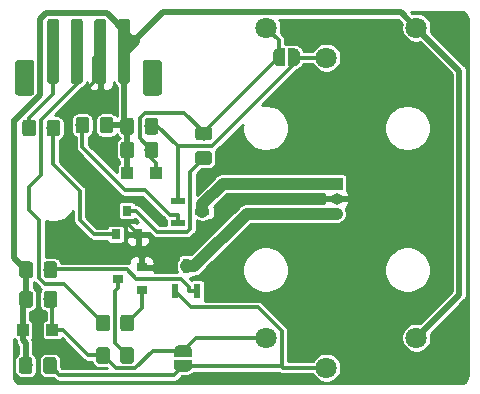
<source format=gbr>
G04 #@! TF.GenerationSoftware,KiCad,Pcbnew,(5.1.0)-1*
G04 #@! TF.CreationDate,2020-03-11T19:31:41+00:00*
G04 #@! TF.ProjectId,Line Generator,4c696e65-2047-4656-9e65-7261746f722e,rev?*
G04 #@! TF.SameCoordinates,Original*
G04 #@! TF.FileFunction,Copper,L1,Top*
G04 #@! TF.FilePolarity,Positive*
%FSLAX46Y46*%
G04 Gerber Fmt 4.6, Leading zero omitted, Abs format (unit mm)*
G04 Created by KiCad (PCBNEW (5.1.0)-1) date 2020-03-11 19:31:41*
%MOMM*%
%LPD*%
G04 APERTURE LIST*
%ADD10C,0.100000*%
%ADD11C,1.000000*%
%ADD12C,1.600000*%
%ADD13R,1.000000X1.000000*%
%ADD14O,1.000000X1.000000*%
%ADD15R,0.800000X0.900000*%
%ADD16C,1.150000*%
%ADD17C,0.500000*%
%ADD18R,1.300000X0.600000*%
%ADD19C,1.800000*%
%ADD20R,0.600000X1.300000*%
%ADD21R,0.900000X0.800000*%
%ADD22C,0.375000*%
%ADD23C,0.500000*%
%ADD24C,1.000000*%
%ADD25C,0.254000*%
G04 APERTURE END LIST*
D10*
G36*
X212274504Y-69751204D02*
G01*
X212298773Y-69754804D01*
X212322571Y-69760765D01*
X212345671Y-69769030D01*
X212367849Y-69779520D01*
X212388893Y-69792133D01*
X212408598Y-69806747D01*
X212426777Y-69823223D01*
X212443253Y-69841402D01*
X212457867Y-69861107D01*
X212470480Y-69882151D01*
X212480970Y-69904329D01*
X212489235Y-69927429D01*
X212495196Y-69951227D01*
X212498796Y-69975496D01*
X212500000Y-70000000D01*
X212500000Y-75000000D01*
X212498796Y-75024504D01*
X212495196Y-75048773D01*
X212489235Y-75072571D01*
X212480970Y-75095671D01*
X212470480Y-75117849D01*
X212457867Y-75138893D01*
X212443253Y-75158598D01*
X212426777Y-75176777D01*
X212408598Y-75193253D01*
X212388893Y-75207867D01*
X212367849Y-75220480D01*
X212345671Y-75230970D01*
X212322571Y-75239235D01*
X212298773Y-75245196D01*
X212274504Y-75248796D01*
X212250000Y-75250000D01*
X211750000Y-75250000D01*
X211725496Y-75248796D01*
X211701227Y-75245196D01*
X211677429Y-75239235D01*
X211654329Y-75230970D01*
X211632151Y-75220480D01*
X211611107Y-75207867D01*
X211591402Y-75193253D01*
X211573223Y-75176777D01*
X211556747Y-75158598D01*
X211542133Y-75138893D01*
X211529520Y-75117849D01*
X211519030Y-75095671D01*
X211510765Y-75072571D01*
X211504804Y-75048773D01*
X211501204Y-75024504D01*
X211500000Y-75000000D01*
X211500000Y-70000000D01*
X211501204Y-69975496D01*
X211504804Y-69951227D01*
X211510765Y-69927429D01*
X211519030Y-69904329D01*
X211529520Y-69882151D01*
X211542133Y-69861107D01*
X211556747Y-69841402D01*
X211573223Y-69823223D01*
X211591402Y-69806747D01*
X211611107Y-69792133D01*
X211632151Y-69779520D01*
X211654329Y-69769030D01*
X211677429Y-69760765D01*
X211701227Y-69754804D01*
X211725496Y-69751204D01*
X211750000Y-69750000D01*
X212250000Y-69750000D01*
X212274504Y-69751204D01*
X212274504Y-69751204D01*
G37*
D11*
X212000000Y-72500000D03*
D10*
G36*
X210274504Y-69751204D02*
G01*
X210298773Y-69754804D01*
X210322571Y-69760765D01*
X210345671Y-69769030D01*
X210367849Y-69779520D01*
X210388893Y-69792133D01*
X210408598Y-69806747D01*
X210426777Y-69823223D01*
X210443253Y-69841402D01*
X210457867Y-69861107D01*
X210470480Y-69882151D01*
X210480970Y-69904329D01*
X210489235Y-69927429D01*
X210495196Y-69951227D01*
X210498796Y-69975496D01*
X210500000Y-70000000D01*
X210500000Y-75000000D01*
X210498796Y-75024504D01*
X210495196Y-75048773D01*
X210489235Y-75072571D01*
X210480970Y-75095671D01*
X210470480Y-75117849D01*
X210457867Y-75138893D01*
X210443253Y-75158598D01*
X210426777Y-75176777D01*
X210408598Y-75193253D01*
X210388893Y-75207867D01*
X210367849Y-75220480D01*
X210345671Y-75230970D01*
X210322571Y-75239235D01*
X210298773Y-75245196D01*
X210274504Y-75248796D01*
X210250000Y-75250000D01*
X209750000Y-75250000D01*
X209725496Y-75248796D01*
X209701227Y-75245196D01*
X209677429Y-75239235D01*
X209654329Y-75230970D01*
X209632151Y-75220480D01*
X209611107Y-75207867D01*
X209591402Y-75193253D01*
X209573223Y-75176777D01*
X209556747Y-75158598D01*
X209542133Y-75138893D01*
X209529520Y-75117849D01*
X209519030Y-75095671D01*
X209510765Y-75072571D01*
X209504804Y-75048773D01*
X209501204Y-75024504D01*
X209500000Y-75000000D01*
X209500000Y-70000000D01*
X209501204Y-69975496D01*
X209504804Y-69951227D01*
X209510765Y-69927429D01*
X209519030Y-69904329D01*
X209529520Y-69882151D01*
X209542133Y-69861107D01*
X209556747Y-69841402D01*
X209573223Y-69823223D01*
X209591402Y-69806747D01*
X209611107Y-69792133D01*
X209632151Y-69779520D01*
X209654329Y-69769030D01*
X209677429Y-69760765D01*
X209701227Y-69754804D01*
X209725496Y-69751204D01*
X209750000Y-69750000D01*
X210250000Y-69750000D01*
X210274504Y-69751204D01*
X210274504Y-69751204D01*
G37*
D11*
X210000000Y-72500000D03*
D10*
G36*
X208274504Y-69751204D02*
G01*
X208298773Y-69754804D01*
X208322571Y-69760765D01*
X208345671Y-69769030D01*
X208367849Y-69779520D01*
X208388893Y-69792133D01*
X208408598Y-69806747D01*
X208426777Y-69823223D01*
X208443253Y-69841402D01*
X208457867Y-69861107D01*
X208470480Y-69882151D01*
X208480970Y-69904329D01*
X208489235Y-69927429D01*
X208495196Y-69951227D01*
X208498796Y-69975496D01*
X208500000Y-70000000D01*
X208500000Y-75000000D01*
X208498796Y-75024504D01*
X208495196Y-75048773D01*
X208489235Y-75072571D01*
X208480970Y-75095671D01*
X208470480Y-75117849D01*
X208457867Y-75138893D01*
X208443253Y-75158598D01*
X208426777Y-75176777D01*
X208408598Y-75193253D01*
X208388893Y-75207867D01*
X208367849Y-75220480D01*
X208345671Y-75230970D01*
X208322571Y-75239235D01*
X208298773Y-75245196D01*
X208274504Y-75248796D01*
X208250000Y-75250000D01*
X207750000Y-75250000D01*
X207725496Y-75248796D01*
X207701227Y-75245196D01*
X207677429Y-75239235D01*
X207654329Y-75230970D01*
X207632151Y-75220480D01*
X207611107Y-75207867D01*
X207591402Y-75193253D01*
X207573223Y-75176777D01*
X207556747Y-75158598D01*
X207542133Y-75138893D01*
X207529520Y-75117849D01*
X207519030Y-75095671D01*
X207510765Y-75072571D01*
X207504804Y-75048773D01*
X207501204Y-75024504D01*
X207500000Y-75000000D01*
X207500000Y-70000000D01*
X207501204Y-69975496D01*
X207504804Y-69951227D01*
X207510765Y-69927429D01*
X207519030Y-69904329D01*
X207529520Y-69882151D01*
X207542133Y-69861107D01*
X207556747Y-69841402D01*
X207573223Y-69823223D01*
X207591402Y-69806747D01*
X207611107Y-69792133D01*
X207632151Y-69779520D01*
X207654329Y-69769030D01*
X207677429Y-69760765D01*
X207701227Y-69754804D01*
X207725496Y-69751204D01*
X207750000Y-69750000D01*
X208250000Y-69750000D01*
X208274504Y-69751204D01*
X208274504Y-69751204D01*
G37*
D11*
X208000000Y-72500000D03*
D10*
G36*
X206274504Y-69751204D02*
G01*
X206298773Y-69754804D01*
X206322571Y-69760765D01*
X206345671Y-69769030D01*
X206367849Y-69779520D01*
X206388893Y-69792133D01*
X206408598Y-69806747D01*
X206426777Y-69823223D01*
X206443253Y-69841402D01*
X206457867Y-69861107D01*
X206470480Y-69882151D01*
X206480970Y-69904329D01*
X206489235Y-69927429D01*
X206495196Y-69951227D01*
X206498796Y-69975496D01*
X206500000Y-70000000D01*
X206500000Y-75000000D01*
X206498796Y-75024504D01*
X206495196Y-75048773D01*
X206489235Y-75072571D01*
X206480970Y-75095671D01*
X206470480Y-75117849D01*
X206457867Y-75138893D01*
X206443253Y-75158598D01*
X206426777Y-75176777D01*
X206408598Y-75193253D01*
X206388893Y-75207867D01*
X206367849Y-75220480D01*
X206345671Y-75230970D01*
X206322571Y-75239235D01*
X206298773Y-75245196D01*
X206274504Y-75248796D01*
X206250000Y-75250000D01*
X205750000Y-75250000D01*
X205725496Y-75248796D01*
X205701227Y-75245196D01*
X205677429Y-75239235D01*
X205654329Y-75230970D01*
X205632151Y-75220480D01*
X205611107Y-75207867D01*
X205591402Y-75193253D01*
X205573223Y-75176777D01*
X205556747Y-75158598D01*
X205542133Y-75138893D01*
X205529520Y-75117849D01*
X205519030Y-75095671D01*
X205510765Y-75072571D01*
X205504804Y-75048773D01*
X205501204Y-75024504D01*
X205500000Y-75000000D01*
X205500000Y-70000000D01*
X205501204Y-69975496D01*
X205504804Y-69951227D01*
X205510765Y-69927429D01*
X205519030Y-69904329D01*
X205529520Y-69882151D01*
X205542133Y-69861107D01*
X205556747Y-69841402D01*
X205573223Y-69823223D01*
X205591402Y-69806747D01*
X205611107Y-69792133D01*
X205632151Y-69779520D01*
X205654329Y-69769030D01*
X205677429Y-69760765D01*
X205701227Y-69754804D01*
X205725496Y-69751204D01*
X205750000Y-69750000D01*
X206250000Y-69750000D01*
X206274504Y-69751204D01*
X206274504Y-69751204D01*
G37*
D11*
X206000000Y-72500000D03*
D10*
G36*
X214974504Y-73251204D02*
G01*
X214998773Y-73254804D01*
X215022571Y-73260765D01*
X215045671Y-73269030D01*
X215067849Y-73279520D01*
X215088893Y-73292133D01*
X215108598Y-73306747D01*
X215126777Y-73323223D01*
X215143253Y-73341402D01*
X215157867Y-73361107D01*
X215170480Y-73382151D01*
X215180970Y-73404329D01*
X215189235Y-73427429D01*
X215195196Y-73451227D01*
X215198796Y-73475496D01*
X215200000Y-73500000D01*
X215200000Y-76000000D01*
X215198796Y-76024504D01*
X215195196Y-76048773D01*
X215189235Y-76072571D01*
X215180970Y-76095671D01*
X215170480Y-76117849D01*
X215157867Y-76138893D01*
X215143253Y-76158598D01*
X215126777Y-76176777D01*
X215108598Y-76193253D01*
X215088893Y-76207867D01*
X215067849Y-76220480D01*
X215045671Y-76230970D01*
X215022571Y-76239235D01*
X214998773Y-76245196D01*
X214974504Y-76248796D01*
X214950000Y-76250000D01*
X213850000Y-76250000D01*
X213825496Y-76248796D01*
X213801227Y-76245196D01*
X213777429Y-76239235D01*
X213754329Y-76230970D01*
X213732151Y-76220480D01*
X213711107Y-76207867D01*
X213691402Y-76193253D01*
X213673223Y-76176777D01*
X213656747Y-76158598D01*
X213642133Y-76138893D01*
X213629520Y-76117849D01*
X213619030Y-76095671D01*
X213610765Y-76072571D01*
X213604804Y-76048773D01*
X213601204Y-76024504D01*
X213600000Y-76000000D01*
X213600000Y-73500000D01*
X213601204Y-73475496D01*
X213604804Y-73451227D01*
X213610765Y-73427429D01*
X213619030Y-73404329D01*
X213629520Y-73382151D01*
X213642133Y-73361107D01*
X213656747Y-73341402D01*
X213673223Y-73323223D01*
X213691402Y-73306747D01*
X213711107Y-73292133D01*
X213732151Y-73279520D01*
X213754329Y-73269030D01*
X213777429Y-73260765D01*
X213801227Y-73254804D01*
X213825496Y-73251204D01*
X213850000Y-73250000D01*
X214950000Y-73250000D01*
X214974504Y-73251204D01*
X214974504Y-73251204D01*
G37*
D12*
X214400000Y-74750000D03*
D10*
G36*
X204174504Y-73251204D02*
G01*
X204198773Y-73254804D01*
X204222571Y-73260765D01*
X204245671Y-73269030D01*
X204267849Y-73279520D01*
X204288893Y-73292133D01*
X204308598Y-73306747D01*
X204326777Y-73323223D01*
X204343253Y-73341402D01*
X204357867Y-73361107D01*
X204370480Y-73382151D01*
X204380970Y-73404329D01*
X204389235Y-73427429D01*
X204395196Y-73451227D01*
X204398796Y-73475496D01*
X204400000Y-73500000D01*
X204400000Y-76000000D01*
X204398796Y-76024504D01*
X204395196Y-76048773D01*
X204389235Y-76072571D01*
X204380970Y-76095671D01*
X204370480Y-76117849D01*
X204357867Y-76138893D01*
X204343253Y-76158598D01*
X204326777Y-76176777D01*
X204308598Y-76193253D01*
X204288893Y-76207867D01*
X204267849Y-76220480D01*
X204245671Y-76230970D01*
X204222571Y-76239235D01*
X204198773Y-76245196D01*
X204174504Y-76248796D01*
X204150000Y-76250000D01*
X203050000Y-76250000D01*
X203025496Y-76248796D01*
X203001227Y-76245196D01*
X202977429Y-76239235D01*
X202954329Y-76230970D01*
X202932151Y-76220480D01*
X202911107Y-76207867D01*
X202891402Y-76193253D01*
X202873223Y-76176777D01*
X202856747Y-76158598D01*
X202842133Y-76138893D01*
X202829520Y-76117849D01*
X202819030Y-76095671D01*
X202810765Y-76072571D01*
X202804804Y-76048773D01*
X202801204Y-76024504D01*
X202800000Y-76000000D01*
X202800000Y-73500000D01*
X202801204Y-73475496D01*
X202804804Y-73451227D01*
X202810765Y-73427429D01*
X202819030Y-73404329D01*
X202829520Y-73382151D01*
X202842133Y-73361107D01*
X202856747Y-73341402D01*
X202873223Y-73323223D01*
X202891402Y-73306747D01*
X202911107Y-73292133D01*
X202932151Y-73279520D01*
X202954329Y-73269030D01*
X202977429Y-73260765D01*
X203001227Y-73254804D01*
X203025496Y-73251204D01*
X203050000Y-73250000D01*
X204150000Y-73250000D01*
X204174504Y-73251204D01*
X204174504Y-73251204D01*
G37*
D12*
X203600000Y-74750000D03*
D13*
X212250000Y-82850000D03*
X214750000Y-82850000D03*
X230000000Y-83700000D03*
D14*
X230000000Y-84970000D03*
X230000000Y-86240000D03*
D15*
X211300000Y-88000000D03*
X213200000Y-88000000D03*
X212250000Y-86000000D03*
D10*
G36*
X206374505Y-78301204D02*
G01*
X206398773Y-78304804D01*
X206422572Y-78310765D01*
X206445671Y-78319030D01*
X206467850Y-78329520D01*
X206488893Y-78342132D01*
X206508599Y-78356747D01*
X206526777Y-78373223D01*
X206543253Y-78391401D01*
X206557868Y-78411107D01*
X206570480Y-78432150D01*
X206580970Y-78454329D01*
X206589235Y-78477428D01*
X206595196Y-78501227D01*
X206598796Y-78525495D01*
X206600000Y-78549999D01*
X206600000Y-79450001D01*
X206598796Y-79474505D01*
X206595196Y-79498773D01*
X206589235Y-79522572D01*
X206580970Y-79545671D01*
X206570480Y-79567850D01*
X206557868Y-79588893D01*
X206543253Y-79608599D01*
X206526777Y-79626777D01*
X206508599Y-79643253D01*
X206488893Y-79657868D01*
X206467850Y-79670480D01*
X206445671Y-79680970D01*
X206422572Y-79689235D01*
X206398773Y-79695196D01*
X206374505Y-79698796D01*
X206350001Y-79700000D01*
X205699999Y-79700000D01*
X205675495Y-79698796D01*
X205651227Y-79695196D01*
X205627428Y-79689235D01*
X205604329Y-79680970D01*
X205582150Y-79670480D01*
X205561107Y-79657868D01*
X205541401Y-79643253D01*
X205523223Y-79626777D01*
X205506747Y-79608599D01*
X205492132Y-79588893D01*
X205479520Y-79567850D01*
X205469030Y-79545671D01*
X205460765Y-79522572D01*
X205454804Y-79498773D01*
X205451204Y-79474505D01*
X205450000Y-79450001D01*
X205450000Y-78549999D01*
X205451204Y-78525495D01*
X205454804Y-78501227D01*
X205460765Y-78477428D01*
X205469030Y-78454329D01*
X205479520Y-78432150D01*
X205492132Y-78411107D01*
X205506747Y-78391401D01*
X205523223Y-78373223D01*
X205541401Y-78356747D01*
X205561107Y-78342132D01*
X205582150Y-78329520D01*
X205604329Y-78319030D01*
X205627428Y-78310765D01*
X205651227Y-78304804D01*
X205675495Y-78301204D01*
X205699999Y-78300000D01*
X206350001Y-78300000D01*
X206374505Y-78301204D01*
X206374505Y-78301204D01*
G37*
D16*
X206025000Y-79000000D03*
D10*
G36*
X204324505Y-78301204D02*
G01*
X204348773Y-78304804D01*
X204372572Y-78310765D01*
X204395671Y-78319030D01*
X204417850Y-78329520D01*
X204438893Y-78342132D01*
X204458599Y-78356747D01*
X204476777Y-78373223D01*
X204493253Y-78391401D01*
X204507868Y-78411107D01*
X204520480Y-78432150D01*
X204530970Y-78454329D01*
X204539235Y-78477428D01*
X204545196Y-78501227D01*
X204548796Y-78525495D01*
X204550000Y-78549999D01*
X204550000Y-79450001D01*
X204548796Y-79474505D01*
X204545196Y-79498773D01*
X204539235Y-79522572D01*
X204530970Y-79545671D01*
X204520480Y-79567850D01*
X204507868Y-79588893D01*
X204493253Y-79608599D01*
X204476777Y-79626777D01*
X204458599Y-79643253D01*
X204438893Y-79657868D01*
X204417850Y-79670480D01*
X204395671Y-79680970D01*
X204372572Y-79689235D01*
X204348773Y-79695196D01*
X204324505Y-79698796D01*
X204300001Y-79700000D01*
X203649999Y-79700000D01*
X203625495Y-79698796D01*
X203601227Y-79695196D01*
X203577428Y-79689235D01*
X203554329Y-79680970D01*
X203532150Y-79670480D01*
X203511107Y-79657868D01*
X203491401Y-79643253D01*
X203473223Y-79626777D01*
X203456747Y-79608599D01*
X203442132Y-79588893D01*
X203429520Y-79567850D01*
X203419030Y-79545671D01*
X203410765Y-79522572D01*
X203404804Y-79498773D01*
X203401204Y-79474505D01*
X203400000Y-79450001D01*
X203400000Y-78549999D01*
X203401204Y-78525495D01*
X203404804Y-78501227D01*
X203410765Y-78477428D01*
X203419030Y-78454329D01*
X203429520Y-78432150D01*
X203442132Y-78411107D01*
X203456747Y-78391401D01*
X203473223Y-78373223D01*
X203491401Y-78356747D01*
X203511107Y-78342132D01*
X203532150Y-78329520D01*
X203554329Y-78319030D01*
X203577428Y-78310765D01*
X203601227Y-78304804D01*
X203625495Y-78301204D01*
X203649999Y-78300000D01*
X204300001Y-78300000D01*
X204324505Y-78301204D01*
X204324505Y-78301204D01*
G37*
D16*
X203975000Y-79000000D03*
D10*
G36*
X210874505Y-78051204D02*
G01*
X210898773Y-78054804D01*
X210922572Y-78060765D01*
X210945671Y-78069030D01*
X210967850Y-78079520D01*
X210988893Y-78092132D01*
X211008599Y-78106747D01*
X211026777Y-78123223D01*
X211043253Y-78141401D01*
X211057868Y-78161107D01*
X211070480Y-78182150D01*
X211080970Y-78204329D01*
X211089235Y-78227428D01*
X211095196Y-78251227D01*
X211098796Y-78275495D01*
X211100000Y-78299999D01*
X211100000Y-79200001D01*
X211098796Y-79224505D01*
X211095196Y-79248773D01*
X211089235Y-79272572D01*
X211080970Y-79295671D01*
X211070480Y-79317850D01*
X211057868Y-79338893D01*
X211043253Y-79358599D01*
X211026777Y-79376777D01*
X211008599Y-79393253D01*
X210988893Y-79407868D01*
X210967850Y-79420480D01*
X210945671Y-79430970D01*
X210922572Y-79439235D01*
X210898773Y-79445196D01*
X210874505Y-79448796D01*
X210850001Y-79450000D01*
X210199999Y-79450000D01*
X210175495Y-79448796D01*
X210151227Y-79445196D01*
X210127428Y-79439235D01*
X210104329Y-79430970D01*
X210082150Y-79420480D01*
X210061107Y-79407868D01*
X210041401Y-79393253D01*
X210023223Y-79376777D01*
X210006747Y-79358599D01*
X209992132Y-79338893D01*
X209979520Y-79317850D01*
X209969030Y-79295671D01*
X209960765Y-79272572D01*
X209954804Y-79248773D01*
X209951204Y-79224505D01*
X209950000Y-79200001D01*
X209950000Y-78299999D01*
X209951204Y-78275495D01*
X209954804Y-78251227D01*
X209960765Y-78227428D01*
X209969030Y-78204329D01*
X209979520Y-78182150D01*
X209992132Y-78161107D01*
X210006747Y-78141401D01*
X210023223Y-78123223D01*
X210041401Y-78106747D01*
X210061107Y-78092132D01*
X210082150Y-78079520D01*
X210104329Y-78069030D01*
X210127428Y-78060765D01*
X210151227Y-78054804D01*
X210175495Y-78051204D01*
X210199999Y-78050000D01*
X210850001Y-78050000D01*
X210874505Y-78051204D01*
X210874505Y-78051204D01*
G37*
D16*
X210525000Y-78750000D03*
D10*
G36*
X208824505Y-78051204D02*
G01*
X208848773Y-78054804D01*
X208872572Y-78060765D01*
X208895671Y-78069030D01*
X208917850Y-78079520D01*
X208938893Y-78092132D01*
X208958599Y-78106747D01*
X208976777Y-78123223D01*
X208993253Y-78141401D01*
X209007868Y-78161107D01*
X209020480Y-78182150D01*
X209030970Y-78204329D01*
X209039235Y-78227428D01*
X209045196Y-78251227D01*
X209048796Y-78275495D01*
X209050000Y-78299999D01*
X209050000Y-79200001D01*
X209048796Y-79224505D01*
X209045196Y-79248773D01*
X209039235Y-79272572D01*
X209030970Y-79295671D01*
X209020480Y-79317850D01*
X209007868Y-79338893D01*
X208993253Y-79358599D01*
X208976777Y-79376777D01*
X208958599Y-79393253D01*
X208938893Y-79407868D01*
X208917850Y-79420480D01*
X208895671Y-79430970D01*
X208872572Y-79439235D01*
X208848773Y-79445196D01*
X208824505Y-79448796D01*
X208800001Y-79450000D01*
X208149999Y-79450000D01*
X208125495Y-79448796D01*
X208101227Y-79445196D01*
X208077428Y-79439235D01*
X208054329Y-79430970D01*
X208032150Y-79420480D01*
X208011107Y-79407868D01*
X207991401Y-79393253D01*
X207973223Y-79376777D01*
X207956747Y-79358599D01*
X207942132Y-79338893D01*
X207929520Y-79317850D01*
X207919030Y-79295671D01*
X207910765Y-79272572D01*
X207904804Y-79248773D01*
X207901204Y-79224505D01*
X207900000Y-79200001D01*
X207900000Y-78299999D01*
X207901204Y-78275495D01*
X207904804Y-78251227D01*
X207910765Y-78227428D01*
X207919030Y-78204329D01*
X207929520Y-78182150D01*
X207942132Y-78161107D01*
X207956747Y-78141401D01*
X207973223Y-78123223D01*
X207991401Y-78106747D01*
X208011107Y-78092132D01*
X208032150Y-78079520D01*
X208054329Y-78069030D01*
X208077428Y-78060765D01*
X208101227Y-78054804D01*
X208125495Y-78051204D01*
X208149999Y-78050000D01*
X208800001Y-78050000D01*
X208824505Y-78051204D01*
X208824505Y-78051204D01*
G37*
D16*
X208475000Y-78750000D03*
D10*
G36*
X214674505Y-78151204D02*
G01*
X214698773Y-78154804D01*
X214722572Y-78160765D01*
X214745671Y-78169030D01*
X214767850Y-78179520D01*
X214788893Y-78192132D01*
X214808599Y-78206747D01*
X214826777Y-78223223D01*
X214843253Y-78241401D01*
X214857868Y-78261107D01*
X214870480Y-78282150D01*
X214880970Y-78304329D01*
X214889235Y-78327428D01*
X214895196Y-78351227D01*
X214898796Y-78375495D01*
X214900000Y-78399999D01*
X214900000Y-79300001D01*
X214898796Y-79324505D01*
X214895196Y-79348773D01*
X214889235Y-79372572D01*
X214880970Y-79395671D01*
X214870480Y-79417850D01*
X214857868Y-79438893D01*
X214843253Y-79458599D01*
X214826777Y-79476777D01*
X214808599Y-79493253D01*
X214788893Y-79507868D01*
X214767850Y-79520480D01*
X214745671Y-79530970D01*
X214722572Y-79539235D01*
X214698773Y-79545196D01*
X214674505Y-79548796D01*
X214650001Y-79550000D01*
X213999999Y-79550000D01*
X213975495Y-79548796D01*
X213951227Y-79545196D01*
X213927428Y-79539235D01*
X213904329Y-79530970D01*
X213882150Y-79520480D01*
X213861107Y-79507868D01*
X213841401Y-79493253D01*
X213823223Y-79476777D01*
X213806747Y-79458599D01*
X213792132Y-79438893D01*
X213779520Y-79417850D01*
X213769030Y-79395671D01*
X213760765Y-79372572D01*
X213754804Y-79348773D01*
X213751204Y-79324505D01*
X213750000Y-79300001D01*
X213750000Y-78399999D01*
X213751204Y-78375495D01*
X213754804Y-78351227D01*
X213760765Y-78327428D01*
X213769030Y-78304329D01*
X213779520Y-78282150D01*
X213792132Y-78261107D01*
X213806747Y-78241401D01*
X213823223Y-78223223D01*
X213841401Y-78206747D01*
X213861107Y-78192132D01*
X213882150Y-78179520D01*
X213904329Y-78169030D01*
X213927428Y-78160765D01*
X213951227Y-78154804D01*
X213975495Y-78151204D01*
X213999999Y-78150000D01*
X214650001Y-78150000D01*
X214674505Y-78151204D01*
X214674505Y-78151204D01*
G37*
D16*
X214325000Y-78850000D03*
D10*
G36*
X212624505Y-78151204D02*
G01*
X212648773Y-78154804D01*
X212672572Y-78160765D01*
X212695671Y-78169030D01*
X212717850Y-78179520D01*
X212738893Y-78192132D01*
X212758599Y-78206747D01*
X212776777Y-78223223D01*
X212793253Y-78241401D01*
X212807868Y-78261107D01*
X212820480Y-78282150D01*
X212830970Y-78304329D01*
X212839235Y-78327428D01*
X212845196Y-78351227D01*
X212848796Y-78375495D01*
X212850000Y-78399999D01*
X212850000Y-79300001D01*
X212848796Y-79324505D01*
X212845196Y-79348773D01*
X212839235Y-79372572D01*
X212830970Y-79395671D01*
X212820480Y-79417850D01*
X212807868Y-79438893D01*
X212793253Y-79458599D01*
X212776777Y-79476777D01*
X212758599Y-79493253D01*
X212738893Y-79507868D01*
X212717850Y-79520480D01*
X212695671Y-79530970D01*
X212672572Y-79539235D01*
X212648773Y-79545196D01*
X212624505Y-79548796D01*
X212600001Y-79550000D01*
X211949999Y-79550000D01*
X211925495Y-79548796D01*
X211901227Y-79545196D01*
X211877428Y-79539235D01*
X211854329Y-79530970D01*
X211832150Y-79520480D01*
X211811107Y-79507868D01*
X211791401Y-79493253D01*
X211773223Y-79476777D01*
X211756747Y-79458599D01*
X211742132Y-79438893D01*
X211729520Y-79417850D01*
X211719030Y-79395671D01*
X211710765Y-79372572D01*
X211704804Y-79348773D01*
X211701204Y-79324505D01*
X211700000Y-79300001D01*
X211700000Y-78399999D01*
X211701204Y-78375495D01*
X211704804Y-78351227D01*
X211710765Y-78327428D01*
X211719030Y-78304329D01*
X211729520Y-78282150D01*
X211742132Y-78261107D01*
X211756747Y-78241401D01*
X211773223Y-78223223D01*
X211791401Y-78206747D01*
X211811107Y-78192132D01*
X211832150Y-78179520D01*
X211854329Y-78169030D01*
X211877428Y-78160765D01*
X211901227Y-78154804D01*
X211925495Y-78151204D01*
X211949999Y-78150000D01*
X212600001Y-78150000D01*
X212624505Y-78151204D01*
X212624505Y-78151204D01*
G37*
D16*
X212275000Y-78850000D03*
D17*
X226400000Y-73000000D03*
D10*
G36*
X226400000Y-72250602D02*
G01*
X226424534Y-72250602D01*
X226473365Y-72255412D01*
X226521490Y-72264984D01*
X226568445Y-72279228D01*
X226613778Y-72298005D01*
X226657051Y-72321136D01*
X226697850Y-72348396D01*
X226735779Y-72379524D01*
X226770476Y-72414221D01*
X226801604Y-72452150D01*
X226828864Y-72492949D01*
X226851995Y-72536222D01*
X226870772Y-72581555D01*
X226885016Y-72628510D01*
X226894588Y-72676635D01*
X226899398Y-72725466D01*
X226899398Y-72750000D01*
X226900000Y-72750000D01*
X226900000Y-73250000D01*
X226899398Y-73250000D01*
X226899398Y-73274534D01*
X226894588Y-73323365D01*
X226885016Y-73371490D01*
X226870772Y-73418445D01*
X226851995Y-73463778D01*
X226828864Y-73507051D01*
X226801604Y-73547850D01*
X226770476Y-73585779D01*
X226735779Y-73620476D01*
X226697850Y-73651604D01*
X226657051Y-73678864D01*
X226613778Y-73701995D01*
X226568445Y-73720772D01*
X226521490Y-73735016D01*
X226473365Y-73744588D01*
X226424534Y-73749398D01*
X226400000Y-73749398D01*
X226400000Y-73750000D01*
X225900000Y-73750000D01*
X225900000Y-72250000D01*
X226400000Y-72250000D01*
X226400000Y-72250602D01*
X226400000Y-72250602D01*
G37*
D17*
X225100000Y-73000000D03*
D10*
G36*
X225600000Y-73750000D02*
G01*
X225100000Y-73750000D01*
X225100000Y-73749398D01*
X225075466Y-73749398D01*
X225026635Y-73744588D01*
X224978510Y-73735016D01*
X224931555Y-73720772D01*
X224886222Y-73701995D01*
X224842949Y-73678864D01*
X224802150Y-73651604D01*
X224764221Y-73620476D01*
X224729524Y-73585779D01*
X224698396Y-73547850D01*
X224671136Y-73507051D01*
X224648005Y-73463778D01*
X224629228Y-73418445D01*
X224614984Y-73371490D01*
X224605412Y-73323365D01*
X224600602Y-73274534D01*
X224600602Y-73250000D01*
X224600000Y-73250000D01*
X224600000Y-72750000D01*
X224600602Y-72750000D01*
X224600602Y-72725466D01*
X224605412Y-72676635D01*
X224614984Y-72628510D01*
X224629228Y-72581555D01*
X224648005Y-72536222D01*
X224671136Y-72492949D01*
X224698396Y-72452150D01*
X224729524Y-72414221D01*
X224764221Y-72379524D01*
X224802150Y-72348396D01*
X224842949Y-72321136D01*
X224886222Y-72298005D01*
X224931555Y-72279228D01*
X224978510Y-72264984D01*
X225026635Y-72255412D01*
X225075466Y-72250602D01*
X225100000Y-72250602D01*
X225100000Y-72250000D01*
X225600000Y-72250000D01*
X225600000Y-73750000D01*
X225600000Y-73750000D01*
G37*
D18*
X216550000Y-85150000D03*
X216550000Y-87050000D03*
X218650000Y-86100000D03*
D19*
X224050000Y-70500000D03*
X229130000Y-73040000D03*
X236750000Y-70500000D03*
D10*
G36*
X206074505Y-98401204D02*
G01*
X206098773Y-98404804D01*
X206122572Y-98410765D01*
X206145671Y-98419030D01*
X206167850Y-98429520D01*
X206188893Y-98442132D01*
X206208599Y-98456747D01*
X206226777Y-98473223D01*
X206243253Y-98491401D01*
X206257868Y-98511107D01*
X206270480Y-98532150D01*
X206280970Y-98554329D01*
X206289235Y-98577428D01*
X206295196Y-98601227D01*
X206298796Y-98625495D01*
X206300000Y-98649999D01*
X206300000Y-99550001D01*
X206298796Y-99574505D01*
X206295196Y-99598773D01*
X206289235Y-99622572D01*
X206280970Y-99645671D01*
X206270480Y-99667850D01*
X206257868Y-99688893D01*
X206243253Y-99708599D01*
X206226777Y-99726777D01*
X206208599Y-99743253D01*
X206188893Y-99757868D01*
X206167850Y-99770480D01*
X206145671Y-99780970D01*
X206122572Y-99789235D01*
X206098773Y-99795196D01*
X206074505Y-99798796D01*
X206050001Y-99800000D01*
X205399999Y-99800000D01*
X205375495Y-99798796D01*
X205351227Y-99795196D01*
X205327428Y-99789235D01*
X205304329Y-99780970D01*
X205282150Y-99770480D01*
X205261107Y-99757868D01*
X205241401Y-99743253D01*
X205223223Y-99726777D01*
X205206747Y-99708599D01*
X205192132Y-99688893D01*
X205179520Y-99667850D01*
X205169030Y-99645671D01*
X205160765Y-99622572D01*
X205154804Y-99598773D01*
X205151204Y-99574505D01*
X205150000Y-99550001D01*
X205150000Y-98649999D01*
X205151204Y-98625495D01*
X205154804Y-98601227D01*
X205160765Y-98577428D01*
X205169030Y-98554329D01*
X205179520Y-98532150D01*
X205192132Y-98511107D01*
X205206747Y-98491401D01*
X205223223Y-98473223D01*
X205241401Y-98456747D01*
X205261107Y-98442132D01*
X205282150Y-98429520D01*
X205304329Y-98419030D01*
X205327428Y-98410765D01*
X205351227Y-98404804D01*
X205375495Y-98401204D01*
X205399999Y-98400000D01*
X206050001Y-98400000D01*
X206074505Y-98401204D01*
X206074505Y-98401204D01*
G37*
D16*
X205725000Y-99100000D03*
D10*
G36*
X204024505Y-98401204D02*
G01*
X204048773Y-98404804D01*
X204072572Y-98410765D01*
X204095671Y-98419030D01*
X204117850Y-98429520D01*
X204138893Y-98442132D01*
X204158599Y-98456747D01*
X204176777Y-98473223D01*
X204193253Y-98491401D01*
X204207868Y-98511107D01*
X204220480Y-98532150D01*
X204230970Y-98554329D01*
X204239235Y-98577428D01*
X204245196Y-98601227D01*
X204248796Y-98625495D01*
X204250000Y-98649999D01*
X204250000Y-99550001D01*
X204248796Y-99574505D01*
X204245196Y-99598773D01*
X204239235Y-99622572D01*
X204230970Y-99645671D01*
X204220480Y-99667850D01*
X204207868Y-99688893D01*
X204193253Y-99708599D01*
X204176777Y-99726777D01*
X204158599Y-99743253D01*
X204138893Y-99757868D01*
X204117850Y-99770480D01*
X204095671Y-99780970D01*
X204072572Y-99789235D01*
X204048773Y-99795196D01*
X204024505Y-99798796D01*
X204000001Y-99800000D01*
X203349999Y-99800000D01*
X203325495Y-99798796D01*
X203301227Y-99795196D01*
X203277428Y-99789235D01*
X203254329Y-99780970D01*
X203232150Y-99770480D01*
X203211107Y-99757868D01*
X203191401Y-99743253D01*
X203173223Y-99726777D01*
X203156747Y-99708599D01*
X203142132Y-99688893D01*
X203129520Y-99667850D01*
X203119030Y-99645671D01*
X203110765Y-99622572D01*
X203104804Y-99598773D01*
X203101204Y-99574505D01*
X203100000Y-99550001D01*
X203100000Y-98649999D01*
X203101204Y-98625495D01*
X203104804Y-98601227D01*
X203110765Y-98577428D01*
X203119030Y-98554329D01*
X203129520Y-98532150D01*
X203142132Y-98511107D01*
X203156747Y-98491401D01*
X203173223Y-98473223D01*
X203191401Y-98456747D01*
X203211107Y-98442132D01*
X203232150Y-98429520D01*
X203254329Y-98419030D01*
X203277428Y-98410765D01*
X203301227Y-98404804D01*
X203325495Y-98401204D01*
X203349999Y-98400000D01*
X204000001Y-98400000D01*
X204024505Y-98401204D01*
X204024505Y-98401204D01*
G37*
D16*
X203675000Y-99100000D03*
D13*
X203450000Y-96100000D03*
X205950000Y-96100000D03*
D17*
X217000000Y-97850000D03*
D10*
G36*
X216250000Y-98350000D02*
G01*
X216250000Y-97850000D01*
X216250602Y-97850000D01*
X216250602Y-97825466D01*
X216255412Y-97776635D01*
X216264984Y-97728510D01*
X216279228Y-97681555D01*
X216298005Y-97636222D01*
X216321136Y-97592949D01*
X216348396Y-97552150D01*
X216379524Y-97514221D01*
X216414221Y-97479524D01*
X216452150Y-97448396D01*
X216492949Y-97421136D01*
X216536222Y-97398005D01*
X216581555Y-97379228D01*
X216628510Y-97364984D01*
X216676635Y-97355412D01*
X216725466Y-97350602D01*
X216750000Y-97350602D01*
X216750000Y-97350000D01*
X217250000Y-97350000D01*
X217250000Y-97350602D01*
X217274534Y-97350602D01*
X217323365Y-97355412D01*
X217371490Y-97364984D01*
X217418445Y-97379228D01*
X217463778Y-97398005D01*
X217507051Y-97421136D01*
X217547850Y-97448396D01*
X217585779Y-97479524D01*
X217620476Y-97514221D01*
X217651604Y-97552150D01*
X217678864Y-97592949D01*
X217701995Y-97636222D01*
X217720772Y-97681555D01*
X217735016Y-97728510D01*
X217744588Y-97776635D01*
X217749398Y-97825466D01*
X217749398Y-97850000D01*
X217750000Y-97850000D01*
X217750000Y-98350000D01*
X216250000Y-98350000D01*
X216250000Y-98350000D01*
G37*
D17*
X217000000Y-99150000D03*
D10*
G36*
X217749398Y-99150000D02*
G01*
X217749398Y-99174534D01*
X217744588Y-99223365D01*
X217735016Y-99271490D01*
X217720772Y-99318445D01*
X217701995Y-99363778D01*
X217678864Y-99407051D01*
X217651604Y-99447850D01*
X217620476Y-99485779D01*
X217585779Y-99520476D01*
X217547850Y-99551604D01*
X217507051Y-99578864D01*
X217463778Y-99601995D01*
X217418445Y-99620772D01*
X217371490Y-99635016D01*
X217323365Y-99644588D01*
X217274534Y-99649398D01*
X217250000Y-99649398D01*
X217250000Y-99650000D01*
X216750000Y-99650000D01*
X216750000Y-99649398D01*
X216725466Y-99649398D01*
X216676635Y-99644588D01*
X216628510Y-99635016D01*
X216581555Y-99620772D01*
X216536222Y-99601995D01*
X216492949Y-99578864D01*
X216452150Y-99551604D01*
X216414221Y-99520476D01*
X216379524Y-99485779D01*
X216348396Y-99447850D01*
X216321136Y-99407051D01*
X216298005Y-99363778D01*
X216279228Y-99318445D01*
X216264984Y-99271490D01*
X216255412Y-99223365D01*
X216250602Y-99174534D01*
X216250602Y-99150000D01*
X216250000Y-99150000D01*
X216250000Y-98650000D01*
X217750000Y-98650000D01*
X217750000Y-99150000D01*
X217749398Y-99150000D01*
X217749398Y-99150000D01*
G37*
D20*
X217250000Y-90700000D03*
X218200000Y-92800000D03*
X216300000Y-92800000D03*
D21*
X213500000Y-92700000D03*
X213500000Y-90800000D03*
X211500000Y-91750000D03*
D10*
G36*
X206124505Y-90301204D02*
G01*
X206148773Y-90304804D01*
X206172572Y-90310765D01*
X206195671Y-90319030D01*
X206217850Y-90329520D01*
X206238893Y-90342132D01*
X206258599Y-90356747D01*
X206276777Y-90373223D01*
X206293253Y-90391401D01*
X206307868Y-90411107D01*
X206320480Y-90432150D01*
X206330970Y-90454329D01*
X206339235Y-90477428D01*
X206345196Y-90501227D01*
X206348796Y-90525495D01*
X206350000Y-90549999D01*
X206350000Y-91450001D01*
X206348796Y-91474505D01*
X206345196Y-91498773D01*
X206339235Y-91522572D01*
X206330970Y-91545671D01*
X206320480Y-91567850D01*
X206307868Y-91588893D01*
X206293253Y-91608599D01*
X206276777Y-91626777D01*
X206258599Y-91643253D01*
X206238893Y-91657868D01*
X206217850Y-91670480D01*
X206195671Y-91680970D01*
X206172572Y-91689235D01*
X206148773Y-91695196D01*
X206124505Y-91698796D01*
X206100001Y-91700000D01*
X205449999Y-91700000D01*
X205425495Y-91698796D01*
X205401227Y-91695196D01*
X205377428Y-91689235D01*
X205354329Y-91680970D01*
X205332150Y-91670480D01*
X205311107Y-91657868D01*
X205291401Y-91643253D01*
X205273223Y-91626777D01*
X205256747Y-91608599D01*
X205242132Y-91588893D01*
X205229520Y-91567850D01*
X205219030Y-91545671D01*
X205210765Y-91522572D01*
X205204804Y-91498773D01*
X205201204Y-91474505D01*
X205200000Y-91450001D01*
X205200000Y-90549999D01*
X205201204Y-90525495D01*
X205204804Y-90501227D01*
X205210765Y-90477428D01*
X205219030Y-90454329D01*
X205229520Y-90432150D01*
X205242132Y-90411107D01*
X205256747Y-90391401D01*
X205273223Y-90373223D01*
X205291401Y-90356747D01*
X205311107Y-90342132D01*
X205332150Y-90329520D01*
X205354329Y-90319030D01*
X205377428Y-90310765D01*
X205401227Y-90304804D01*
X205425495Y-90301204D01*
X205449999Y-90300000D01*
X206100001Y-90300000D01*
X206124505Y-90301204D01*
X206124505Y-90301204D01*
G37*
D16*
X205775000Y-91000000D03*
D10*
G36*
X204074505Y-90301204D02*
G01*
X204098773Y-90304804D01*
X204122572Y-90310765D01*
X204145671Y-90319030D01*
X204167850Y-90329520D01*
X204188893Y-90342132D01*
X204208599Y-90356747D01*
X204226777Y-90373223D01*
X204243253Y-90391401D01*
X204257868Y-90411107D01*
X204270480Y-90432150D01*
X204280970Y-90454329D01*
X204289235Y-90477428D01*
X204295196Y-90501227D01*
X204298796Y-90525495D01*
X204300000Y-90549999D01*
X204300000Y-91450001D01*
X204298796Y-91474505D01*
X204295196Y-91498773D01*
X204289235Y-91522572D01*
X204280970Y-91545671D01*
X204270480Y-91567850D01*
X204257868Y-91588893D01*
X204243253Y-91608599D01*
X204226777Y-91626777D01*
X204208599Y-91643253D01*
X204188893Y-91657868D01*
X204167850Y-91670480D01*
X204145671Y-91680970D01*
X204122572Y-91689235D01*
X204098773Y-91695196D01*
X204074505Y-91698796D01*
X204050001Y-91700000D01*
X203399999Y-91700000D01*
X203375495Y-91698796D01*
X203351227Y-91695196D01*
X203327428Y-91689235D01*
X203304329Y-91680970D01*
X203282150Y-91670480D01*
X203261107Y-91657868D01*
X203241401Y-91643253D01*
X203223223Y-91626777D01*
X203206747Y-91608599D01*
X203192132Y-91588893D01*
X203179520Y-91567850D01*
X203169030Y-91545671D01*
X203160765Y-91522572D01*
X203154804Y-91498773D01*
X203151204Y-91474505D01*
X203150000Y-91450001D01*
X203150000Y-90549999D01*
X203151204Y-90525495D01*
X203154804Y-90501227D01*
X203160765Y-90477428D01*
X203169030Y-90454329D01*
X203179520Y-90432150D01*
X203192132Y-90411107D01*
X203206747Y-90391401D01*
X203223223Y-90373223D01*
X203241401Y-90356747D01*
X203261107Y-90342132D01*
X203282150Y-90329520D01*
X203304329Y-90319030D01*
X203327428Y-90310765D01*
X203351227Y-90304804D01*
X203375495Y-90301204D01*
X203399999Y-90300000D01*
X204050001Y-90300000D01*
X204074505Y-90301204D01*
X204074505Y-90301204D01*
G37*
D16*
X203725000Y-91000000D03*
D10*
G36*
X210574505Y-94801204D02*
G01*
X210598773Y-94804804D01*
X210622572Y-94810765D01*
X210645671Y-94819030D01*
X210667850Y-94829520D01*
X210688893Y-94842132D01*
X210708599Y-94856747D01*
X210726777Y-94873223D01*
X210743253Y-94891401D01*
X210757868Y-94911107D01*
X210770480Y-94932150D01*
X210780970Y-94954329D01*
X210789235Y-94977428D01*
X210795196Y-95001227D01*
X210798796Y-95025495D01*
X210800000Y-95049999D01*
X210800000Y-95950001D01*
X210798796Y-95974505D01*
X210795196Y-95998773D01*
X210789235Y-96022572D01*
X210780970Y-96045671D01*
X210770480Y-96067850D01*
X210757868Y-96088893D01*
X210743253Y-96108599D01*
X210726777Y-96126777D01*
X210708599Y-96143253D01*
X210688893Y-96157868D01*
X210667850Y-96170480D01*
X210645671Y-96180970D01*
X210622572Y-96189235D01*
X210598773Y-96195196D01*
X210574505Y-96198796D01*
X210550001Y-96200000D01*
X209899999Y-96200000D01*
X209875495Y-96198796D01*
X209851227Y-96195196D01*
X209827428Y-96189235D01*
X209804329Y-96180970D01*
X209782150Y-96170480D01*
X209761107Y-96157868D01*
X209741401Y-96143253D01*
X209723223Y-96126777D01*
X209706747Y-96108599D01*
X209692132Y-96088893D01*
X209679520Y-96067850D01*
X209669030Y-96045671D01*
X209660765Y-96022572D01*
X209654804Y-95998773D01*
X209651204Y-95974505D01*
X209650000Y-95950001D01*
X209650000Y-95049999D01*
X209651204Y-95025495D01*
X209654804Y-95001227D01*
X209660765Y-94977428D01*
X209669030Y-94954329D01*
X209679520Y-94932150D01*
X209692132Y-94911107D01*
X209706747Y-94891401D01*
X209723223Y-94873223D01*
X209741401Y-94856747D01*
X209761107Y-94842132D01*
X209782150Y-94829520D01*
X209804329Y-94819030D01*
X209827428Y-94810765D01*
X209851227Y-94804804D01*
X209875495Y-94801204D01*
X209899999Y-94800000D01*
X210550001Y-94800000D01*
X210574505Y-94801204D01*
X210574505Y-94801204D01*
G37*
D16*
X210225000Y-95500000D03*
D10*
G36*
X212624505Y-94801204D02*
G01*
X212648773Y-94804804D01*
X212672572Y-94810765D01*
X212695671Y-94819030D01*
X212717850Y-94829520D01*
X212738893Y-94842132D01*
X212758599Y-94856747D01*
X212776777Y-94873223D01*
X212793253Y-94891401D01*
X212807868Y-94911107D01*
X212820480Y-94932150D01*
X212830970Y-94954329D01*
X212839235Y-94977428D01*
X212845196Y-95001227D01*
X212848796Y-95025495D01*
X212850000Y-95049999D01*
X212850000Y-95950001D01*
X212848796Y-95974505D01*
X212845196Y-95998773D01*
X212839235Y-96022572D01*
X212830970Y-96045671D01*
X212820480Y-96067850D01*
X212807868Y-96088893D01*
X212793253Y-96108599D01*
X212776777Y-96126777D01*
X212758599Y-96143253D01*
X212738893Y-96157868D01*
X212717850Y-96170480D01*
X212695671Y-96180970D01*
X212672572Y-96189235D01*
X212648773Y-96195196D01*
X212624505Y-96198796D01*
X212600001Y-96200000D01*
X211949999Y-96200000D01*
X211925495Y-96198796D01*
X211901227Y-96195196D01*
X211877428Y-96189235D01*
X211854329Y-96180970D01*
X211832150Y-96170480D01*
X211811107Y-96157868D01*
X211791401Y-96143253D01*
X211773223Y-96126777D01*
X211756747Y-96108599D01*
X211742132Y-96088893D01*
X211729520Y-96067850D01*
X211719030Y-96045671D01*
X211710765Y-96022572D01*
X211704804Y-95998773D01*
X211701204Y-95974505D01*
X211700000Y-95950001D01*
X211700000Y-95049999D01*
X211701204Y-95025495D01*
X211704804Y-95001227D01*
X211710765Y-94977428D01*
X211719030Y-94954329D01*
X211729520Y-94932150D01*
X211742132Y-94911107D01*
X211756747Y-94891401D01*
X211773223Y-94873223D01*
X211791401Y-94856747D01*
X211811107Y-94842132D01*
X211832150Y-94829520D01*
X211854329Y-94819030D01*
X211877428Y-94810765D01*
X211901227Y-94804804D01*
X211925495Y-94801204D01*
X211949999Y-94800000D01*
X212600001Y-94800000D01*
X212624505Y-94801204D01*
X212624505Y-94801204D01*
G37*
D16*
X212275000Y-95500000D03*
D19*
X236750000Y-96750000D03*
X229130000Y-99290000D03*
X224050000Y-96750000D03*
D10*
G36*
X214674505Y-80151204D02*
G01*
X214698773Y-80154804D01*
X214722572Y-80160765D01*
X214745671Y-80169030D01*
X214767850Y-80179520D01*
X214788893Y-80192132D01*
X214808599Y-80206747D01*
X214826777Y-80223223D01*
X214843253Y-80241401D01*
X214857868Y-80261107D01*
X214870480Y-80282150D01*
X214880970Y-80304329D01*
X214889235Y-80327428D01*
X214895196Y-80351227D01*
X214898796Y-80375495D01*
X214900000Y-80399999D01*
X214900000Y-81300001D01*
X214898796Y-81324505D01*
X214895196Y-81348773D01*
X214889235Y-81372572D01*
X214880970Y-81395671D01*
X214870480Y-81417850D01*
X214857868Y-81438893D01*
X214843253Y-81458599D01*
X214826777Y-81476777D01*
X214808599Y-81493253D01*
X214788893Y-81507868D01*
X214767850Y-81520480D01*
X214745671Y-81530970D01*
X214722572Y-81539235D01*
X214698773Y-81545196D01*
X214674505Y-81548796D01*
X214650001Y-81550000D01*
X213999999Y-81550000D01*
X213975495Y-81548796D01*
X213951227Y-81545196D01*
X213927428Y-81539235D01*
X213904329Y-81530970D01*
X213882150Y-81520480D01*
X213861107Y-81507868D01*
X213841401Y-81493253D01*
X213823223Y-81476777D01*
X213806747Y-81458599D01*
X213792132Y-81438893D01*
X213779520Y-81417850D01*
X213769030Y-81395671D01*
X213760765Y-81372572D01*
X213754804Y-81348773D01*
X213751204Y-81324505D01*
X213750000Y-81300001D01*
X213750000Y-80399999D01*
X213751204Y-80375495D01*
X213754804Y-80351227D01*
X213760765Y-80327428D01*
X213769030Y-80304329D01*
X213779520Y-80282150D01*
X213792132Y-80261107D01*
X213806747Y-80241401D01*
X213823223Y-80223223D01*
X213841401Y-80206747D01*
X213861107Y-80192132D01*
X213882150Y-80179520D01*
X213904329Y-80169030D01*
X213927428Y-80160765D01*
X213951227Y-80154804D01*
X213975495Y-80151204D01*
X213999999Y-80150000D01*
X214650001Y-80150000D01*
X214674505Y-80151204D01*
X214674505Y-80151204D01*
G37*
D16*
X214325000Y-80850000D03*
D10*
G36*
X212624505Y-80151204D02*
G01*
X212648773Y-80154804D01*
X212672572Y-80160765D01*
X212695671Y-80169030D01*
X212717850Y-80179520D01*
X212738893Y-80192132D01*
X212758599Y-80206747D01*
X212776777Y-80223223D01*
X212793253Y-80241401D01*
X212807868Y-80261107D01*
X212820480Y-80282150D01*
X212830970Y-80304329D01*
X212839235Y-80327428D01*
X212845196Y-80351227D01*
X212848796Y-80375495D01*
X212850000Y-80399999D01*
X212850000Y-81300001D01*
X212848796Y-81324505D01*
X212845196Y-81348773D01*
X212839235Y-81372572D01*
X212830970Y-81395671D01*
X212820480Y-81417850D01*
X212807868Y-81438893D01*
X212793253Y-81458599D01*
X212776777Y-81476777D01*
X212758599Y-81493253D01*
X212738893Y-81507868D01*
X212717850Y-81520480D01*
X212695671Y-81530970D01*
X212672572Y-81539235D01*
X212648773Y-81545196D01*
X212624505Y-81548796D01*
X212600001Y-81550000D01*
X211949999Y-81550000D01*
X211925495Y-81548796D01*
X211901227Y-81545196D01*
X211877428Y-81539235D01*
X211854329Y-81530970D01*
X211832150Y-81520480D01*
X211811107Y-81507868D01*
X211791401Y-81493253D01*
X211773223Y-81476777D01*
X211756747Y-81458599D01*
X211742132Y-81438893D01*
X211729520Y-81417850D01*
X211719030Y-81395671D01*
X211710765Y-81372572D01*
X211704804Y-81348773D01*
X211701204Y-81324505D01*
X211700000Y-81300001D01*
X211700000Y-80399999D01*
X211701204Y-80375495D01*
X211704804Y-80351227D01*
X211710765Y-80327428D01*
X211719030Y-80304329D01*
X211729520Y-80282150D01*
X211742132Y-80261107D01*
X211756747Y-80241401D01*
X211773223Y-80223223D01*
X211791401Y-80206747D01*
X211811107Y-80192132D01*
X211832150Y-80179520D01*
X211854329Y-80169030D01*
X211877428Y-80160765D01*
X211901227Y-80154804D01*
X211925495Y-80151204D01*
X211949999Y-80150000D01*
X212600001Y-80150000D01*
X212624505Y-80151204D01*
X212624505Y-80151204D01*
G37*
D16*
X212275000Y-80850000D03*
D10*
G36*
X219224505Y-78901204D02*
G01*
X219248773Y-78904804D01*
X219272572Y-78910765D01*
X219295671Y-78919030D01*
X219317850Y-78929520D01*
X219338893Y-78942132D01*
X219358599Y-78956747D01*
X219376777Y-78973223D01*
X219393253Y-78991401D01*
X219407868Y-79011107D01*
X219420480Y-79032150D01*
X219430970Y-79054329D01*
X219439235Y-79077428D01*
X219445196Y-79101227D01*
X219448796Y-79125495D01*
X219450000Y-79149999D01*
X219450000Y-79800001D01*
X219448796Y-79824505D01*
X219445196Y-79848773D01*
X219439235Y-79872572D01*
X219430970Y-79895671D01*
X219420480Y-79917850D01*
X219407868Y-79938893D01*
X219393253Y-79958599D01*
X219376777Y-79976777D01*
X219358599Y-79993253D01*
X219338893Y-80007868D01*
X219317850Y-80020480D01*
X219295671Y-80030970D01*
X219272572Y-80039235D01*
X219248773Y-80045196D01*
X219224505Y-80048796D01*
X219200001Y-80050000D01*
X218299999Y-80050000D01*
X218275495Y-80048796D01*
X218251227Y-80045196D01*
X218227428Y-80039235D01*
X218204329Y-80030970D01*
X218182150Y-80020480D01*
X218161107Y-80007868D01*
X218141401Y-79993253D01*
X218123223Y-79976777D01*
X218106747Y-79958599D01*
X218092132Y-79938893D01*
X218079520Y-79917850D01*
X218069030Y-79895671D01*
X218060765Y-79872572D01*
X218054804Y-79848773D01*
X218051204Y-79824505D01*
X218050000Y-79800001D01*
X218050000Y-79149999D01*
X218051204Y-79125495D01*
X218054804Y-79101227D01*
X218060765Y-79077428D01*
X218069030Y-79054329D01*
X218079520Y-79032150D01*
X218092132Y-79011107D01*
X218106747Y-78991401D01*
X218123223Y-78973223D01*
X218141401Y-78956747D01*
X218161107Y-78942132D01*
X218182150Y-78929520D01*
X218204329Y-78919030D01*
X218227428Y-78910765D01*
X218251227Y-78904804D01*
X218275495Y-78901204D01*
X218299999Y-78900000D01*
X219200001Y-78900000D01*
X219224505Y-78901204D01*
X219224505Y-78901204D01*
G37*
D16*
X218750000Y-79475000D03*
D10*
G36*
X219224505Y-80951204D02*
G01*
X219248773Y-80954804D01*
X219272572Y-80960765D01*
X219295671Y-80969030D01*
X219317850Y-80979520D01*
X219338893Y-80992132D01*
X219358599Y-81006747D01*
X219376777Y-81023223D01*
X219393253Y-81041401D01*
X219407868Y-81061107D01*
X219420480Y-81082150D01*
X219430970Y-81104329D01*
X219439235Y-81127428D01*
X219445196Y-81151227D01*
X219448796Y-81175495D01*
X219450000Y-81199999D01*
X219450000Y-81850001D01*
X219448796Y-81874505D01*
X219445196Y-81898773D01*
X219439235Y-81922572D01*
X219430970Y-81945671D01*
X219420480Y-81967850D01*
X219407868Y-81988893D01*
X219393253Y-82008599D01*
X219376777Y-82026777D01*
X219358599Y-82043253D01*
X219338893Y-82057868D01*
X219317850Y-82070480D01*
X219295671Y-82080970D01*
X219272572Y-82089235D01*
X219248773Y-82095196D01*
X219224505Y-82098796D01*
X219200001Y-82100000D01*
X218299999Y-82100000D01*
X218275495Y-82098796D01*
X218251227Y-82095196D01*
X218227428Y-82089235D01*
X218204329Y-82080970D01*
X218182150Y-82070480D01*
X218161107Y-82057868D01*
X218141401Y-82043253D01*
X218123223Y-82026777D01*
X218106747Y-82008599D01*
X218092132Y-81988893D01*
X218079520Y-81967850D01*
X218069030Y-81945671D01*
X218060765Y-81922572D01*
X218054804Y-81898773D01*
X218051204Y-81874505D01*
X218050000Y-81850001D01*
X218050000Y-81199999D01*
X218051204Y-81175495D01*
X218054804Y-81151227D01*
X218060765Y-81127428D01*
X218069030Y-81104329D01*
X218079520Y-81082150D01*
X218092132Y-81061107D01*
X218106747Y-81041401D01*
X218123223Y-81023223D01*
X218141401Y-81006747D01*
X218161107Y-80992132D01*
X218182150Y-80979520D01*
X218204329Y-80969030D01*
X218227428Y-80960765D01*
X218251227Y-80954804D01*
X218275495Y-80951204D01*
X218299999Y-80950000D01*
X219200001Y-80950000D01*
X219224505Y-80951204D01*
X219224505Y-80951204D01*
G37*
D16*
X218750000Y-81525000D03*
D10*
G36*
X212624505Y-97551204D02*
G01*
X212648773Y-97554804D01*
X212672572Y-97560765D01*
X212695671Y-97569030D01*
X212717850Y-97579520D01*
X212738893Y-97592132D01*
X212758599Y-97606747D01*
X212776777Y-97623223D01*
X212793253Y-97641401D01*
X212807868Y-97661107D01*
X212820480Y-97682150D01*
X212830970Y-97704329D01*
X212839235Y-97727428D01*
X212845196Y-97751227D01*
X212848796Y-97775495D01*
X212850000Y-97799999D01*
X212850000Y-98700001D01*
X212848796Y-98724505D01*
X212845196Y-98748773D01*
X212839235Y-98772572D01*
X212830970Y-98795671D01*
X212820480Y-98817850D01*
X212807868Y-98838893D01*
X212793253Y-98858599D01*
X212776777Y-98876777D01*
X212758599Y-98893253D01*
X212738893Y-98907868D01*
X212717850Y-98920480D01*
X212695671Y-98930970D01*
X212672572Y-98939235D01*
X212648773Y-98945196D01*
X212624505Y-98948796D01*
X212600001Y-98950000D01*
X211949999Y-98950000D01*
X211925495Y-98948796D01*
X211901227Y-98945196D01*
X211877428Y-98939235D01*
X211854329Y-98930970D01*
X211832150Y-98920480D01*
X211811107Y-98907868D01*
X211791401Y-98893253D01*
X211773223Y-98876777D01*
X211756747Y-98858599D01*
X211742132Y-98838893D01*
X211729520Y-98817850D01*
X211719030Y-98795671D01*
X211710765Y-98772572D01*
X211704804Y-98748773D01*
X211701204Y-98724505D01*
X211700000Y-98700001D01*
X211700000Y-97799999D01*
X211701204Y-97775495D01*
X211704804Y-97751227D01*
X211710765Y-97727428D01*
X211719030Y-97704329D01*
X211729520Y-97682150D01*
X211742132Y-97661107D01*
X211756747Y-97641401D01*
X211773223Y-97623223D01*
X211791401Y-97606747D01*
X211811107Y-97592132D01*
X211832150Y-97579520D01*
X211854329Y-97569030D01*
X211877428Y-97560765D01*
X211901227Y-97554804D01*
X211925495Y-97551204D01*
X211949999Y-97550000D01*
X212600001Y-97550000D01*
X212624505Y-97551204D01*
X212624505Y-97551204D01*
G37*
D16*
X212275000Y-98250000D03*
D10*
G36*
X210574505Y-97551204D02*
G01*
X210598773Y-97554804D01*
X210622572Y-97560765D01*
X210645671Y-97569030D01*
X210667850Y-97579520D01*
X210688893Y-97592132D01*
X210708599Y-97606747D01*
X210726777Y-97623223D01*
X210743253Y-97641401D01*
X210757868Y-97661107D01*
X210770480Y-97682150D01*
X210780970Y-97704329D01*
X210789235Y-97727428D01*
X210795196Y-97751227D01*
X210798796Y-97775495D01*
X210800000Y-97799999D01*
X210800000Y-98700001D01*
X210798796Y-98724505D01*
X210795196Y-98748773D01*
X210789235Y-98772572D01*
X210780970Y-98795671D01*
X210770480Y-98817850D01*
X210757868Y-98838893D01*
X210743253Y-98858599D01*
X210726777Y-98876777D01*
X210708599Y-98893253D01*
X210688893Y-98907868D01*
X210667850Y-98920480D01*
X210645671Y-98930970D01*
X210622572Y-98939235D01*
X210598773Y-98945196D01*
X210574505Y-98948796D01*
X210550001Y-98950000D01*
X209899999Y-98950000D01*
X209875495Y-98948796D01*
X209851227Y-98945196D01*
X209827428Y-98939235D01*
X209804329Y-98930970D01*
X209782150Y-98920480D01*
X209761107Y-98907868D01*
X209741401Y-98893253D01*
X209723223Y-98876777D01*
X209706747Y-98858599D01*
X209692132Y-98838893D01*
X209679520Y-98817850D01*
X209669030Y-98795671D01*
X209660765Y-98772572D01*
X209654804Y-98748773D01*
X209651204Y-98724505D01*
X209650000Y-98700001D01*
X209650000Y-97799999D01*
X209651204Y-97775495D01*
X209654804Y-97751227D01*
X209660765Y-97727428D01*
X209669030Y-97704329D01*
X209679520Y-97682150D01*
X209692132Y-97661107D01*
X209706747Y-97641401D01*
X209723223Y-97623223D01*
X209741401Y-97606747D01*
X209761107Y-97592132D01*
X209782150Y-97579520D01*
X209804329Y-97569030D01*
X209827428Y-97560765D01*
X209851227Y-97554804D01*
X209875495Y-97551204D01*
X209899999Y-97550000D01*
X210550001Y-97550000D01*
X210574505Y-97551204D01*
X210574505Y-97551204D01*
G37*
D16*
X210225000Y-98250000D03*
D10*
G36*
X204074505Y-92801204D02*
G01*
X204098773Y-92804804D01*
X204122572Y-92810765D01*
X204145671Y-92819030D01*
X204167850Y-92829520D01*
X204188893Y-92842132D01*
X204208599Y-92856747D01*
X204226777Y-92873223D01*
X204243253Y-92891401D01*
X204257868Y-92911107D01*
X204270480Y-92932150D01*
X204280970Y-92954329D01*
X204289235Y-92977428D01*
X204295196Y-93001227D01*
X204298796Y-93025495D01*
X204300000Y-93049999D01*
X204300000Y-93950001D01*
X204298796Y-93974505D01*
X204295196Y-93998773D01*
X204289235Y-94022572D01*
X204280970Y-94045671D01*
X204270480Y-94067850D01*
X204257868Y-94088893D01*
X204243253Y-94108599D01*
X204226777Y-94126777D01*
X204208599Y-94143253D01*
X204188893Y-94157868D01*
X204167850Y-94170480D01*
X204145671Y-94180970D01*
X204122572Y-94189235D01*
X204098773Y-94195196D01*
X204074505Y-94198796D01*
X204050001Y-94200000D01*
X203399999Y-94200000D01*
X203375495Y-94198796D01*
X203351227Y-94195196D01*
X203327428Y-94189235D01*
X203304329Y-94180970D01*
X203282150Y-94170480D01*
X203261107Y-94157868D01*
X203241401Y-94143253D01*
X203223223Y-94126777D01*
X203206747Y-94108599D01*
X203192132Y-94088893D01*
X203179520Y-94067850D01*
X203169030Y-94045671D01*
X203160765Y-94022572D01*
X203154804Y-93998773D01*
X203151204Y-93974505D01*
X203150000Y-93950001D01*
X203150000Y-93049999D01*
X203151204Y-93025495D01*
X203154804Y-93001227D01*
X203160765Y-92977428D01*
X203169030Y-92954329D01*
X203179520Y-92932150D01*
X203192132Y-92911107D01*
X203206747Y-92891401D01*
X203223223Y-92873223D01*
X203241401Y-92856747D01*
X203261107Y-92842132D01*
X203282150Y-92829520D01*
X203304329Y-92819030D01*
X203327428Y-92810765D01*
X203351227Y-92804804D01*
X203375495Y-92801204D01*
X203399999Y-92800000D01*
X204050001Y-92800000D01*
X204074505Y-92801204D01*
X204074505Y-92801204D01*
G37*
D16*
X203725000Y-93500000D03*
D10*
G36*
X206124505Y-92801204D02*
G01*
X206148773Y-92804804D01*
X206172572Y-92810765D01*
X206195671Y-92819030D01*
X206217850Y-92829520D01*
X206238893Y-92842132D01*
X206258599Y-92856747D01*
X206276777Y-92873223D01*
X206293253Y-92891401D01*
X206307868Y-92911107D01*
X206320480Y-92932150D01*
X206330970Y-92954329D01*
X206339235Y-92977428D01*
X206345196Y-93001227D01*
X206348796Y-93025495D01*
X206350000Y-93049999D01*
X206350000Y-93950001D01*
X206348796Y-93974505D01*
X206345196Y-93998773D01*
X206339235Y-94022572D01*
X206330970Y-94045671D01*
X206320480Y-94067850D01*
X206307868Y-94088893D01*
X206293253Y-94108599D01*
X206276777Y-94126777D01*
X206258599Y-94143253D01*
X206238893Y-94157868D01*
X206217850Y-94170480D01*
X206195671Y-94180970D01*
X206172572Y-94189235D01*
X206148773Y-94195196D01*
X206124505Y-94198796D01*
X206100001Y-94200000D01*
X205449999Y-94200000D01*
X205425495Y-94198796D01*
X205401227Y-94195196D01*
X205377428Y-94189235D01*
X205354329Y-94180970D01*
X205332150Y-94170480D01*
X205311107Y-94157868D01*
X205291401Y-94143253D01*
X205273223Y-94126777D01*
X205256747Y-94108599D01*
X205242132Y-94088893D01*
X205229520Y-94067850D01*
X205219030Y-94045671D01*
X205210765Y-94022572D01*
X205204804Y-93998773D01*
X205201204Y-93974505D01*
X205200000Y-93950001D01*
X205200000Y-93049999D01*
X205201204Y-93025495D01*
X205204804Y-93001227D01*
X205210765Y-92977428D01*
X205219030Y-92954329D01*
X205229520Y-92932150D01*
X205242132Y-92911107D01*
X205256747Y-92891401D01*
X205273223Y-92873223D01*
X205291401Y-92856747D01*
X205311107Y-92842132D01*
X205332150Y-92829520D01*
X205354329Y-92819030D01*
X205377428Y-92810765D01*
X205401227Y-92804804D01*
X205425495Y-92801204D01*
X205449999Y-92800000D01*
X206100001Y-92800000D01*
X206124505Y-92801204D01*
X206124505Y-92801204D01*
G37*
D16*
X205775000Y-93500000D03*
D22*
X212000000Y-78750000D02*
X212175000Y-78750000D01*
X212175000Y-78750000D02*
X212275000Y-78850000D01*
D23*
X210525000Y-78750000D02*
X212000000Y-78750000D01*
X212000000Y-78750000D02*
X212000000Y-72500000D01*
D24*
X212863500Y-71636500D02*
X212000000Y-72500000D01*
D23*
X236750000Y-70500000D02*
X235460800Y-69210800D01*
X235460800Y-69210800D02*
X215289200Y-69210800D01*
X215289200Y-69210800D02*
X212863500Y-71636500D01*
D22*
X202987400Y-90262400D02*
X203725000Y-91000000D01*
D23*
X203675000Y-99100000D02*
X203675000Y-97212800D01*
X203675000Y-97212800D02*
X203450000Y-96987800D01*
X203450000Y-96100000D02*
X203450000Y-96987800D01*
D22*
X212275000Y-80850000D02*
X212250000Y-80875000D01*
D23*
X212250000Y-80875000D02*
X212250000Y-82850000D01*
X212275000Y-80850000D02*
X212275000Y-78850000D01*
D22*
X203725000Y-93500000D02*
X203450000Y-93775000D01*
D23*
X203450000Y-93775000D02*
X203450000Y-96100000D01*
X203725000Y-93500000D02*
X203725000Y-91000000D01*
X236750000Y-70500000D02*
X240400000Y-74150000D01*
X240400000Y-93100000D02*
X236750000Y-96750000D01*
X240400000Y-74150000D02*
X240400000Y-93100000D01*
X205386600Y-69300000D02*
X204900000Y-69786600D01*
X210586300Y-69300000D02*
X205386600Y-69300000D01*
X202725010Y-90000010D02*
X203725000Y-91000000D01*
X202725010Y-78340990D02*
X202725010Y-90000010D01*
X202798976Y-78340990D02*
X202725010Y-78340990D01*
X204900000Y-76239966D02*
X202798976Y-78340990D01*
X204900000Y-69786600D02*
X204900000Y-76239966D01*
X211429290Y-70202290D02*
X212863500Y-71636500D01*
X211429290Y-70142990D02*
X211429290Y-70202290D01*
X210586300Y-69300000D02*
X211429290Y-70142990D01*
D24*
X229112200Y-83700000D02*
X220362200Y-83700000D01*
X220362200Y-83700000D02*
X218650000Y-85412200D01*
X230000000Y-83700000D02*
X229112200Y-83700000D01*
X218650000Y-86100000D02*
X218650000Y-85412200D01*
D22*
X213200000Y-88418900D02*
X213200000Y-88000000D01*
X213200000Y-88418900D02*
X213200000Y-88837800D01*
X213500000Y-89137800D02*
X213200000Y-88837800D01*
X213500000Y-90800000D02*
X213500000Y-89137800D01*
X213500000Y-89137800D02*
X218215600Y-89137800D01*
X218215600Y-89137800D02*
X222383400Y-84970000D01*
X222383400Y-84970000D02*
X229112200Y-84970000D01*
X230000000Y-84970000D02*
X229112200Y-84970000D01*
X209429290Y-73070710D02*
X209429290Y-75070710D01*
X210000000Y-72500000D02*
X209429290Y-73070710D01*
X209429290Y-75070710D02*
X207250000Y-77250000D01*
X207250000Y-77250000D02*
X207250000Y-81500000D01*
X207250000Y-81500000D02*
X210250000Y-84500000D01*
X210250000Y-84500000D02*
X210250000Y-85750000D01*
X210250000Y-85750000D02*
X211500000Y-87000000D01*
X213200000Y-87950000D02*
X213200000Y-88000000D01*
X212250000Y-87000000D02*
X213200000Y-87950000D01*
X211500000Y-87000000D02*
X212250000Y-87000000D01*
D24*
X217937800Y-90700000D02*
X222397800Y-86240000D01*
X222397800Y-86240000D02*
X230000000Y-86240000D01*
X217250000Y-90700000D02*
X217937800Y-90700000D01*
D22*
X210225000Y-95500000D02*
X206913900Y-92188900D01*
X206913900Y-92188900D02*
X205285200Y-92188900D01*
X205285200Y-92188900D02*
X204811100Y-91714800D01*
X204811100Y-91714800D02*
X204811100Y-86746800D01*
X204811100Y-86746800D02*
X203968800Y-85904500D01*
X203968800Y-85904500D02*
X203968800Y-83982200D01*
X203968800Y-83982200D02*
X205000000Y-82951000D01*
X205000000Y-82951000D02*
X205000000Y-78281000D01*
X205000000Y-78281000D02*
X208000000Y-75281000D01*
X208000000Y-75281000D02*
X208000000Y-72500000D01*
X206000000Y-72500000D02*
X206000000Y-76161300D01*
X206000000Y-76161300D02*
X203975000Y-78186300D01*
X203975000Y-78186300D02*
X203975000Y-79000000D01*
X206025000Y-81887200D02*
X206025000Y-79000000D01*
X206025000Y-82083498D02*
X206025000Y-81887200D01*
X208250000Y-84308498D02*
X206025000Y-82083498D01*
X208250000Y-86750000D02*
X208250000Y-84308498D01*
X209500000Y-88000000D02*
X208250000Y-86750000D01*
X211300000Y-88000000D02*
X209500000Y-88000000D01*
X212250000Y-86000000D02*
X213037800Y-86000000D01*
X218750000Y-81525000D02*
X217587900Y-82687100D01*
X217587900Y-82687100D02*
X217587900Y-87553400D01*
X217587900Y-87553400D02*
X217366100Y-87775200D01*
X217366100Y-87775200D02*
X214813000Y-87775200D01*
X214813000Y-87775200D02*
X213037800Y-86000000D01*
X216550000Y-87050000D02*
X216550000Y-86362200D01*
X216550000Y-86362200D02*
X215862200Y-86362200D01*
X215862200Y-86362200D02*
X213749200Y-84249200D01*
X213749200Y-84249200D02*
X212076200Y-84249200D01*
X212076200Y-84249200D02*
X208475000Y-80648000D01*
X208475000Y-80648000D02*
X208475000Y-78750000D01*
X218200000Y-92800000D02*
X217512200Y-92800000D01*
X217512200Y-92800000D02*
X217512200Y-92456100D01*
X217512200Y-92456100D02*
X216818200Y-91762100D01*
X216818200Y-91762100D02*
X213046200Y-91762100D01*
X213046200Y-91762100D02*
X212246200Y-90962100D01*
X212246200Y-90962100D02*
X205812900Y-90962100D01*
X205812900Y-90962100D02*
X205775000Y-91000000D01*
X212275000Y-98250000D02*
X211254800Y-97229800D01*
X211254800Y-97229800D02*
X211254800Y-92783000D01*
X211254800Y-92783000D02*
X211500000Y-92537800D01*
X211500000Y-91750000D02*
X211500000Y-92537800D01*
X212275000Y-95500000D02*
X213500000Y-94275000D01*
X213500000Y-94275000D02*
X213500000Y-92700000D01*
X216550000Y-80561300D02*
X216611300Y-80500000D01*
X216611300Y-80500000D02*
X219449500Y-80500000D01*
X219449500Y-80500000D02*
X226400000Y-73549500D01*
X226400000Y-73549500D02*
X226400000Y-73000000D01*
X216550000Y-80561300D02*
X214838700Y-78850000D01*
X214838700Y-78850000D02*
X214325000Y-78850000D01*
X216550000Y-84462200D02*
X216550000Y-80561300D01*
X229130000Y-73040000D02*
X226440000Y-73040000D01*
X226440000Y-73040000D02*
X226400000Y-73000000D01*
X216550000Y-85150000D02*
X216550000Y-84462200D01*
X205725000Y-99100000D02*
X206542100Y-99917100D01*
X206542100Y-99917100D02*
X216232900Y-99917100D01*
X216232900Y-99917100D02*
X217000000Y-99150000D01*
X225342100Y-99150000D02*
X225342100Y-96161300D01*
X225342100Y-96161300D02*
X223357200Y-94176400D01*
X223357200Y-94176400D02*
X217676400Y-94176400D01*
X217676400Y-94176400D02*
X216300000Y-92800000D01*
X229130000Y-99290000D02*
X225482100Y-99290000D01*
X225482100Y-99290000D02*
X225342100Y-99150000D01*
X225342100Y-99150000D02*
X217000000Y-99150000D01*
X214750000Y-82850000D02*
X214750000Y-81962200D01*
X214750000Y-81962200D02*
X214325000Y-81537200D01*
X214325000Y-81537200D02*
X214325000Y-80850000D01*
X218750000Y-79350000D02*
X217121900Y-77721900D01*
X217121900Y-77721900D02*
X213750800Y-77721900D01*
X213750800Y-77721900D02*
X213327900Y-78144800D01*
X213327900Y-78144800D02*
X213327900Y-79852900D01*
X213327900Y-79852900D02*
X214325000Y-80850000D01*
X218750000Y-79350000D02*
X218750000Y-79475000D01*
X225100000Y-73000000D02*
X218750000Y-79350000D01*
X224050000Y-70500000D02*
X225100000Y-71550000D01*
X225100000Y-71550000D02*
X225100000Y-73000000D01*
X210225000Y-98250000D02*
X208987800Y-98250000D01*
X208987800Y-98250000D02*
X206837800Y-96100000D01*
X217000000Y-97850000D02*
X214443000Y-97850000D01*
X214443000Y-97850000D02*
X212951200Y-99341800D01*
X212951200Y-99341800D02*
X211316800Y-99341800D01*
X211316800Y-99341800D02*
X210225000Y-98250000D01*
X205950000Y-96100000D02*
X206837800Y-96100000D01*
X205775000Y-93500000D02*
X205950000Y-93675000D01*
X205950000Y-93675000D02*
X205950000Y-96100000D01*
X224050000Y-96750000D02*
X218100000Y-96750000D01*
X218100000Y-96750000D02*
X217000000Y-97850000D01*
D25*
G36*
X240615773Y-69165279D02*
G01*
X240727148Y-69198905D01*
X240829859Y-69253518D01*
X240920014Y-69327046D01*
X240994168Y-69416682D01*
X241049497Y-69519011D01*
X241083897Y-69630141D01*
X241098000Y-69764318D01*
X241098001Y-99980333D01*
X241084720Y-100115776D01*
X241051095Y-100227146D01*
X240996482Y-100329860D01*
X240922954Y-100420014D01*
X240833318Y-100494168D01*
X240730989Y-100549497D01*
X240619859Y-100583897D01*
X240485681Y-100598000D01*
X203269657Y-100598000D01*
X203134224Y-100584720D01*
X203022854Y-100551095D01*
X202920140Y-100496482D01*
X202829986Y-100422954D01*
X202755832Y-100333318D01*
X202700503Y-100230989D01*
X202666103Y-100119859D01*
X202652000Y-99985681D01*
X202652000Y-96831154D01*
X202682131Y-96867869D01*
X202739537Y-96914981D01*
X202805030Y-96949988D01*
X202823000Y-96955439D01*
X202823000Y-96957006D01*
X202819967Y-96987800D01*
X202832073Y-97110712D01*
X202863041Y-97212799D01*
X202867926Y-97228903D01*
X202926148Y-97337828D01*
X203004500Y-97433301D01*
X203028423Y-97452934D01*
X203048001Y-97472512D01*
X203048001Y-98101839D01*
X203000644Y-98127152D01*
X202905354Y-98205354D01*
X202827152Y-98300644D01*
X202769042Y-98409359D01*
X202733259Y-98527322D01*
X202721176Y-98649999D01*
X202721176Y-99550001D01*
X202733259Y-99672678D01*
X202769042Y-99790641D01*
X202827152Y-99899356D01*
X202905354Y-99994646D01*
X203000644Y-100072848D01*
X203109359Y-100130958D01*
X203227322Y-100166741D01*
X203349999Y-100178824D01*
X204000001Y-100178824D01*
X204122678Y-100166741D01*
X204240641Y-100130958D01*
X204349356Y-100072848D01*
X204444646Y-99994646D01*
X204522848Y-99899356D01*
X204580958Y-99790641D01*
X204616741Y-99672678D01*
X204628824Y-99550001D01*
X204628824Y-98649999D01*
X204616741Y-98527322D01*
X204580958Y-98409359D01*
X204522848Y-98300644D01*
X204444646Y-98205354D01*
X204349356Y-98127152D01*
X204302000Y-98101839D01*
X204302000Y-97243593D01*
X204305033Y-97212799D01*
X204292927Y-97089887D01*
X204272195Y-97021542D01*
X204257075Y-96971697D01*
X204206545Y-96877162D01*
X204217869Y-96867869D01*
X204264981Y-96810463D01*
X204299988Y-96744970D01*
X204321545Y-96673905D01*
X204328824Y-96600000D01*
X204328824Y-95600000D01*
X204321545Y-95526095D01*
X204299988Y-95455030D01*
X204264981Y-95389537D01*
X204217869Y-95332131D01*
X204160463Y-95285019D01*
X204094970Y-95250012D01*
X204077000Y-95244561D01*
X204077000Y-94576165D01*
X204172678Y-94566741D01*
X204290641Y-94530958D01*
X204399356Y-94472848D01*
X204494646Y-94394646D01*
X204572848Y-94299356D01*
X204630958Y-94190641D01*
X204666741Y-94072678D01*
X204678824Y-93950001D01*
X204678824Y-93049999D01*
X204666741Y-92927322D01*
X204630958Y-92809359D01*
X204572848Y-92700644D01*
X204494646Y-92605354D01*
X204399356Y-92527152D01*
X204352000Y-92501839D01*
X204352000Y-92045211D01*
X204410007Y-92115893D01*
X204431549Y-92133572D01*
X204866430Y-92568454D01*
X204884107Y-92589993D01*
X204905643Y-92607667D01*
X204905645Y-92607669D01*
X204964091Y-92655634D01*
X204927152Y-92700644D01*
X204869042Y-92809359D01*
X204833259Y-92927322D01*
X204821176Y-93049999D01*
X204821176Y-93950001D01*
X204833259Y-94072678D01*
X204869042Y-94190641D01*
X204927152Y-94299356D01*
X205005354Y-94394646D01*
X205100644Y-94472848D01*
X205209359Y-94530958D01*
X205327322Y-94566741D01*
X205385500Y-94572471D01*
X205385501Y-95227529D01*
X205376095Y-95228455D01*
X205305030Y-95250012D01*
X205239537Y-95285019D01*
X205182131Y-95332131D01*
X205135019Y-95389537D01*
X205100012Y-95455030D01*
X205078455Y-95526095D01*
X205071176Y-95600000D01*
X205071176Y-96600000D01*
X205078455Y-96673905D01*
X205100012Y-96744970D01*
X205135019Y-96810463D01*
X205182131Y-96867869D01*
X205239537Y-96914981D01*
X205305030Y-96949988D01*
X205376095Y-96971545D01*
X205450000Y-96978824D01*
X206450000Y-96978824D01*
X206523905Y-96971545D01*
X206594970Y-96949988D01*
X206660463Y-96914981D01*
X206717869Y-96867869D01*
X206758201Y-96818724D01*
X208569030Y-98629554D01*
X208586707Y-98651093D01*
X208608243Y-98668767D01*
X208608245Y-98668769D01*
X208672662Y-98721635D01*
X208695175Y-98733668D01*
X208770730Y-98774053D01*
X208877139Y-98806332D01*
X208960071Y-98814500D01*
X208960073Y-98814500D01*
X208987799Y-98817231D01*
X209015525Y-98814500D01*
X209282454Y-98814500D01*
X209283259Y-98822678D01*
X209319042Y-98940641D01*
X209377152Y-99049356D01*
X209455354Y-99144646D01*
X209550644Y-99222848D01*
X209659359Y-99280958D01*
X209777322Y-99316741D01*
X209899999Y-99328824D01*
X210505501Y-99328824D01*
X210529277Y-99352600D01*
X206775924Y-99352600D01*
X206678824Y-99255500D01*
X206678824Y-98649999D01*
X206666741Y-98527322D01*
X206630958Y-98409359D01*
X206572848Y-98300644D01*
X206494646Y-98205354D01*
X206399356Y-98127152D01*
X206290641Y-98069042D01*
X206172678Y-98033259D01*
X206050001Y-98021176D01*
X205399999Y-98021176D01*
X205277322Y-98033259D01*
X205159359Y-98069042D01*
X205050644Y-98127152D01*
X204955354Y-98205354D01*
X204877152Y-98300644D01*
X204819042Y-98409359D01*
X204783259Y-98527322D01*
X204771176Y-98649999D01*
X204771176Y-99550001D01*
X204783259Y-99672678D01*
X204819042Y-99790641D01*
X204877152Y-99899356D01*
X204955354Y-99994646D01*
X205050644Y-100072848D01*
X205159359Y-100130958D01*
X205277322Y-100166741D01*
X205399999Y-100178824D01*
X206005500Y-100178824D01*
X206123332Y-100296656D01*
X206141007Y-100318193D01*
X206162543Y-100335867D01*
X206162545Y-100335869D01*
X206201689Y-100367993D01*
X206226963Y-100388735D01*
X206325030Y-100441153D01*
X206431439Y-100473432D01*
X206514371Y-100481600D01*
X206514374Y-100481600D01*
X206542100Y-100484331D01*
X206569826Y-100481600D01*
X216205174Y-100481600D01*
X216232900Y-100484331D01*
X216260626Y-100481600D01*
X216260629Y-100481600D01*
X216343561Y-100473432D01*
X216449970Y-100441153D01*
X216548037Y-100388735D01*
X216633993Y-100318193D01*
X216651672Y-100296651D01*
X216919499Y-100028824D01*
X217250000Y-100028824D01*
X217274449Y-100026416D01*
X217299009Y-100026416D01*
X217372914Y-100019137D01*
X217469047Y-100000015D01*
X217540110Y-99978458D01*
X217630666Y-99940949D01*
X217696162Y-99905941D01*
X217777661Y-99851485D01*
X217835066Y-99804374D01*
X217904374Y-99735066D01*
X217921252Y-99714500D01*
X225109529Y-99714500D01*
X225166963Y-99761635D01*
X225265030Y-99814053D01*
X225371439Y-99846332D01*
X225454371Y-99854500D01*
X225454374Y-99854500D01*
X225482100Y-99857231D01*
X225509826Y-99854500D01*
X227981609Y-99854500D01*
X227998337Y-99894886D01*
X228138089Y-100104040D01*
X228315960Y-100281911D01*
X228525114Y-100421663D01*
X228757513Y-100517926D01*
X229004226Y-100567000D01*
X229255774Y-100567000D01*
X229502487Y-100517926D01*
X229734886Y-100421663D01*
X229944040Y-100281911D01*
X230121911Y-100104040D01*
X230261663Y-99894886D01*
X230357926Y-99662487D01*
X230407000Y-99415774D01*
X230407000Y-99164226D01*
X230357926Y-98917513D01*
X230261663Y-98685114D01*
X230121911Y-98475960D01*
X229944040Y-98298089D01*
X229734886Y-98158337D01*
X229502487Y-98062074D01*
X229255774Y-98013000D01*
X229004226Y-98013000D01*
X228757513Y-98062074D01*
X228525114Y-98158337D01*
X228315960Y-98298089D01*
X228138089Y-98475960D01*
X227998337Y-98685114D01*
X227981609Y-98725500D01*
X225906600Y-98725500D01*
X225906600Y-96189018D01*
X225909330Y-96161299D01*
X225906600Y-96133580D01*
X225906600Y-96133571D01*
X225898432Y-96050639D01*
X225866153Y-95944230D01*
X225813735Y-95846163D01*
X225743193Y-95760207D01*
X225721651Y-95742528D01*
X223775972Y-93796849D01*
X223758293Y-93775307D01*
X223672337Y-93704765D01*
X223574270Y-93652347D01*
X223467861Y-93620068D01*
X223384929Y-93611900D01*
X223384926Y-93611900D01*
X223357200Y-93609169D01*
X223329474Y-93611900D01*
X218840939Y-93611900D01*
X218849988Y-93594970D01*
X218871545Y-93523905D01*
X218878824Y-93450000D01*
X218878824Y-92150000D01*
X218871545Y-92076095D01*
X218849988Y-92005030D01*
X218814981Y-91939537D01*
X218767869Y-91882131D01*
X218710463Y-91835019D01*
X218644970Y-91800012D01*
X218573905Y-91778455D01*
X218500000Y-91771176D01*
X217900000Y-91771176D01*
X217826095Y-91778455D01*
X217755030Y-91800012D01*
X217689537Y-91835019D01*
X217689485Y-91835062D01*
X217580266Y-91725843D01*
X217623905Y-91721545D01*
X217694970Y-91699988D01*
X217760463Y-91664981D01*
X217817869Y-91617869D01*
X217851409Y-91577000D01*
X217894721Y-91577000D01*
X217937800Y-91581243D01*
X217980879Y-91577000D01*
X218109722Y-91564310D01*
X218275037Y-91514162D01*
X218427392Y-91432727D01*
X218560933Y-91323133D01*
X218588397Y-91289668D01*
X219072783Y-90805282D01*
X222023000Y-90805282D01*
X222023000Y-91194718D01*
X222098975Y-91576670D01*
X222248005Y-91936461D01*
X222464364Y-92260264D01*
X222739736Y-92535636D01*
X223063539Y-92751995D01*
X223423330Y-92901025D01*
X223805282Y-92977000D01*
X224194718Y-92977000D01*
X224576670Y-92901025D01*
X224936461Y-92751995D01*
X225260264Y-92535636D01*
X225535636Y-92260264D01*
X225751995Y-91936461D01*
X225901025Y-91576670D01*
X225977000Y-91194718D01*
X225977000Y-90805282D01*
X234023000Y-90805282D01*
X234023000Y-91194718D01*
X234098975Y-91576670D01*
X234248005Y-91936461D01*
X234464364Y-92260264D01*
X234739736Y-92535636D01*
X235063539Y-92751995D01*
X235423330Y-92901025D01*
X235805282Y-92977000D01*
X236194718Y-92977000D01*
X236576670Y-92901025D01*
X236936461Y-92751995D01*
X237260264Y-92535636D01*
X237535636Y-92260264D01*
X237751995Y-91936461D01*
X237901025Y-91576670D01*
X237977000Y-91194718D01*
X237977000Y-90805282D01*
X237901025Y-90423330D01*
X237751995Y-90063539D01*
X237535636Y-89739736D01*
X237260264Y-89464364D01*
X236936461Y-89248005D01*
X236576670Y-89098975D01*
X236194718Y-89023000D01*
X235805282Y-89023000D01*
X235423330Y-89098975D01*
X235063539Y-89248005D01*
X234739736Y-89464364D01*
X234464364Y-89739736D01*
X234248005Y-90063539D01*
X234098975Y-90423330D01*
X234023000Y-90805282D01*
X225977000Y-90805282D01*
X225901025Y-90423330D01*
X225751995Y-90063539D01*
X225535636Y-89739736D01*
X225260264Y-89464364D01*
X224936461Y-89248005D01*
X224576670Y-89098975D01*
X224194718Y-89023000D01*
X223805282Y-89023000D01*
X223423330Y-89098975D01*
X223063539Y-89248005D01*
X222739736Y-89464364D01*
X222464364Y-89739736D01*
X222248005Y-90063539D01*
X222098975Y-90423330D01*
X222023000Y-90805282D01*
X219072783Y-90805282D01*
X222761065Y-87117000D01*
X230043079Y-87117000D01*
X230171922Y-87104310D01*
X230337237Y-87054162D01*
X230489592Y-86972727D01*
X230623133Y-86863133D01*
X230732727Y-86729592D01*
X230814162Y-86577237D01*
X230864310Y-86411922D01*
X230881243Y-86240000D01*
X230864310Y-86068078D01*
X230814162Y-85902763D01*
X230761619Y-85804462D01*
X230858865Y-85712020D01*
X230987123Y-85530206D01*
X231077446Y-85326864D01*
X231094119Y-85271874D01*
X230967954Y-85097000D01*
X230127000Y-85097000D01*
X230127000Y-85117000D01*
X229873000Y-85117000D01*
X229873000Y-85097000D01*
X229032046Y-85097000D01*
X228905881Y-85271874D01*
X228922554Y-85326864D01*
X228938605Y-85363000D01*
X222440869Y-85363000D01*
X222397799Y-85358758D01*
X222354730Y-85363000D01*
X222354721Y-85363000D01*
X222225878Y-85375690D01*
X222060563Y-85425838D01*
X221908208Y-85507273D01*
X221774667Y-85616867D01*
X221747203Y-85650332D01*
X217696634Y-89700901D01*
X217694970Y-89700012D01*
X217623905Y-89678455D01*
X217550000Y-89671176D01*
X216950000Y-89671176D01*
X216876095Y-89678455D01*
X216805030Y-89700012D01*
X216739537Y-89735019D01*
X216682131Y-89782131D01*
X216635019Y-89839537D01*
X216600012Y-89905030D01*
X216578455Y-89976095D01*
X216571176Y-90050000D01*
X216571176Y-90144727D01*
X216517273Y-90210408D01*
X216435838Y-90362763D01*
X216385690Y-90528078D01*
X216368757Y-90700000D01*
X216385690Y-90871922D01*
X216435838Y-91037237D01*
X216517273Y-91189592D01*
X216523845Y-91197600D01*
X214588007Y-91197600D01*
X214585000Y-91085750D01*
X214426250Y-90927000D01*
X213627000Y-90927000D01*
X213627000Y-90947000D01*
X213373000Y-90947000D01*
X213373000Y-90927000D01*
X213353000Y-90927000D01*
X213353000Y-90673000D01*
X213373000Y-90673000D01*
X213373000Y-89923750D01*
X213627000Y-89923750D01*
X213627000Y-90673000D01*
X214426250Y-90673000D01*
X214585000Y-90514250D01*
X214588072Y-90400000D01*
X214575812Y-90275518D01*
X214539502Y-90155820D01*
X214480537Y-90045506D01*
X214401185Y-89948815D01*
X214304494Y-89869463D01*
X214194180Y-89810498D01*
X214074482Y-89774188D01*
X213950000Y-89761928D01*
X213785750Y-89765000D01*
X213627000Y-89923750D01*
X213373000Y-89923750D01*
X213214250Y-89765000D01*
X213050000Y-89761928D01*
X212925518Y-89774188D01*
X212805820Y-89810498D01*
X212695506Y-89869463D01*
X212598815Y-89948815D01*
X212519463Y-90045506D01*
X212460498Y-90155820D01*
X212424188Y-90275518D01*
X212411928Y-90400000D01*
X212412537Y-90422657D01*
X212356861Y-90405768D01*
X212273929Y-90397600D01*
X212273926Y-90397600D01*
X212246200Y-90394869D01*
X212218474Y-90397600D01*
X206707725Y-90397600D01*
X206680958Y-90309359D01*
X206622848Y-90200644D01*
X206544646Y-90105354D01*
X206449356Y-90027152D01*
X206340641Y-89969042D01*
X206222678Y-89933259D01*
X206100001Y-89921176D01*
X205449999Y-89921176D01*
X205375600Y-89928504D01*
X205375600Y-86881255D01*
X205423330Y-86901025D01*
X205805282Y-86977000D01*
X206194718Y-86977000D01*
X206576670Y-86901025D01*
X206936461Y-86751995D01*
X207260264Y-86535636D01*
X207535636Y-86260264D01*
X207685500Y-86035977D01*
X207685500Y-86722274D01*
X207682769Y-86750000D01*
X207685500Y-86777726D01*
X207685500Y-86777728D01*
X207693668Y-86860660D01*
X207725947Y-86967069D01*
X207778365Y-87065137D01*
X207848907Y-87151093D01*
X207870449Y-87168772D01*
X209081232Y-88379556D01*
X209098907Y-88401093D01*
X209120443Y-88418767D01*
X209120445Y-88418769D01*
X209184863Y-88471635D01*
X209282930Y-88524053D01*
X209389339Y-88556332D01*
X209472271Y-88564500D01*
X209472274Y-88564500D01*
X209500000Y-88567231D01*
X209527726Y-88564500D01*
X210540769Y-88564500D01*
X210550012Y-88594970D01*
X210585019Y-88660463D01*
X210632131Y-88717869D01*
X210689537Y-88764981D01*
X210755030Y-88799988D01*
X210826095Y-88821545D01*
X210900000Y-88828824D01*
X211700000Y-88828824D01*
X211773905Y-88821545D01*
X211844970Y-88799988D01*
X211910463Y-88764981D01*
X211967869Y-88717869D01*
X212014981Y-88660463D01*
X212049988Y-88594970D01*
X212071545Y-88523905D01*
X212078824Y-88450000D01*
X212161928Y-88450000D01*
X212174188Y-88574482D01*
X212210498Y-88694180D01*
X212269463Y-88804494D01*
X212348815Y-88901185D01*
X212445506Y-88980537D01*
X212555820Y-89039502D01*
X212675518Y-89075812D01*
X212800000Y-89088072D01*
X212914250Y-89085000D01*
X213073000Y-88926250D01*
X213073000Y-88127000D01*
X213327000Y-88127000D01*
X213327000Y-88926250D01*
X213485750Y-89085000D01*
X213600000Y-89088072D01*
X213724482Y-89075812D01*
X213844180Y-89039502D01*
X213954494Y-88980537D01*
X214051185Y-88901185D01*
X214130537Y-88804494D01*
X214189502Y-88694180D01*
X214225812Y-88574482D01*
X214238072Y-88450000D01*
X214235000Y-88285750D01*
X214076250Y-88127000D01*
X213327000Y-88127000D01*
X213073000Y-88127000D01*
X212323750Y-88127000D01*
X212165000Y-88285750D01*
X212161928Y-88450000D01*
X212078824Y-88450000D01*
X212078824Y-87550000D01*
X212071545Y-87476095D01*
X212049988Y-87405030D01*
X212014981Y-87339537D01*
X211967869Y-87282131D01*
X211910463Y-87235019D01*
X211844970Y-87200012D01*
X211773905Y-87178455D01*
X211700000Y-87171176D01*
X210900000Y-87171176D01*
X210826095Y-87178455D01*
X210755030Y-87200012D01*
X210689537Y-87235019D01*
X210632131Y-87282131D01*
X210585019Y-87339537D01*
X210550012Y-87405030D01*
X210540769Y-87435500D01*
X209733824Y-87435500D01*
X208814500Y-86516177D01*
X208814500Y-84336223D01*
X208817231Y-84308497D01*
X208813824Y-84273905D01*
X208806332Y-84197837D01*
X208774053Y-84091428D01*
X208739893Y-84027520D01*
X208721635Y-83993360D01*
X208668769Y-83928943D01*
X208668767Y-83928941D01*
X208651093Y-83907405D01*
X208629557Y-83889731D01*
X206589500Y-81849675D01*
X206589500Y-80031304D01*
X206590641Y-80030958D01*
X206699356Y-79972848D01*
X206794646Y-79894646D01*
X206872848Y-79799356D01*
X206930958Y-79690641D01*
X206966741Y-79572678D01*
X206978824Y-79450001D01*
X206978824Y-78549999D01*
X206966741Y-78427322D01*
X206930958Y-78309359D01*
X206872848Y-78200644D01*
X206794646Y-78105354D01*
X206699356Y-78027152D01*
X206590641Y-77969042D01*
X206472678Y-77933259D01*
X206350001Y-77921176D01*
X206158147Y-77921176D01*
X208379557Y-75699767D01*
X208401093Y-75682093D01*
X208471635Y-75596137D01*
X208477640Y-75584902D01*
X208490641Y-75580958D01*
X208599356Y-75522848D01*
X208694646Y-75444646D01*
X208772848Y-75349356D01*
X208830958Y-75240641D01*
X208862068Y-75138084D01*
X208861928Y-75250000D01*
X208874188Y-75374482D01*
X208910498Y-75494180D01*
X208969463Y-75604494D01*
X209048815Y-75701185D01*
X209145506Y-75780537D01*
X209255820Y-75839502D01*
X209375518Y-75875812D01*
X209500000Y-75888072D01*
X209714250Y-75885000D01*
X209873000Y-75726250D01*
X209873000Y-72627000D01*
X209853000Y-72627000D01*
X209853000Y-72373000D01*
X209873000Y-72373000D01*
X209873000Y-72353000D01*
X210127000Y-72353000D01*
X210127000Y-72373000D01*
X210147000Y-72373000D01*
X210147000Y-72627000D01*
X210127000Y-72627000D01*
X210127000Y-75726250D01*
X210285750Y-75885000D01*
X210500000Y-75888072D01*
X210624482Y-75875812D01*
X210744180Y-75839502D01*
X210854494Y-75780537D01*
X210951185Y-75701185D01*
X211030537Y-75604494D01*
X211089502Y-75494180D01*
X211125812Y-75374482D01*
X211138072Y-75250000D01*
X211137932Y-75138084D01*
X211169042Y-75240641D01*
X211227152Y-75349356D01*
X211305354Y-75444646D01*
X211373001Y-75500162D01*
X211373000Y-77950929D01*
X211372848Y-77950644D01*
X211294646Y-77855354D01*
X211199356Y-77777152D01*
X211090641Y-77719042D01*
X210972678Y-77683259D01*
X210850001Y-77671176D01*
X210199999Y-77671176D01*
X210077322Y-77683259D01*
X209959359Y-77719042D01*
X209850644Y-77777152D01*
X209755354Y-77855354D01*
X209677152Y-77950644D01*
X209619042Y-78059359D01*
X209583259Y-78177322D01*
X209571176Y-78299999D01*
X209571176Y-79200001D01*
X209583259Y-79322678D01*
X209619042Y-79440641D01*
X209677152Y-79549356D01*
X209755354Y-79644646D01*
X209850644Y-79722848D01*
X209959359Y-79780958D01*
X210077322Y-79816741D01*
X210199999Y-79828824D01*
X210850001Y-79828824D01*
X210972678Y-79816741D01*
X211090641Y-79780958D01*
X211199356Y-79722848D01*
X211294646Y-79644646D01*
X211372848Y-79549356D01*
X211373274Y-79548559D01*
X211427152Y-79649356D01*
X211505354Y-79744646D01*
X211600644Y-79822848D01*
X211648001Y-79848161D01*
X211648000Y-79851839D01*
X211600644Y-79877152D01*
X211505354Y-79955354D01*
X211427152Y-80050644D01*
X211369042Y-80159359D01*
X211333259Y-80277322D01*
X211321176Y-80399999D01*
X211321176Y-81300001D01*
X211333259Y-81422678D01*
X211369042Y-81540641D01*
X211427152Y-81649356D01*
X211505354Y-81744646D01*
X211600644Y-81822848D01*
X211623000Y-81834798D01*
X211623001Y-81994561D01*
X211605030Y-82000012D01*
X211539537Y-82035019D01*
X211482131Y-82082131D01*
X211435019Y-82139537D01*
X211400012Y-82205030D01*
X211378455Y-82276095D01*
X211371176Y-82350000D01*
X211371176Y-82745852D01*
X209039500Y-80414177D01*
X209039500Y-79781304D01*
X209040641Y-79780958D01*
X209149356Y-79722848D01*
X209244646Y-79644646D01*
X209322848Y-79549356D01*
X209380958Y-79440641D01*
X209416741Y-79322678D01*
X209428824Y-79200001D01*
X209428824Y-78299999D01*
X209416741Y-78177322D01*
X209380958Y-78059359D01*
X209322848Y-77950644D01*
X209244646Y-77855354D01*
X209149356Y-77777152D01*
X209040641Y-77719042D01*
X208922678Y-77683259D01*
X208800001Y-77671176D01*
X208149999Y-77671176D01*
X208027322Y-77683259D01*
X207909359Y-77719042D01*
X207800644Y-77777152D01*
X207705354Y-77855354D01*
X207627152Y-77950644D01*
X207569042Y-78059359D01*
X207533259Y-78177322D01*
X207521176Y-78299999D01*
X207521176Y-79200001D01*
X207533259Y-79322678D01*
X207569042Y-79440641D01*
X207627152Y-79549356D01*
X207705354Y-79644646D01*
X207800644Y-79722848D01*
X207909359Y-79780958D01*
X207910500Y-79781304D01*
X207910500Y-80620274D01*
X207907769Y-80648000D01*
X207910500Y-80675726D01*
X207910500Y-80675728D01*
X207918668Y-80758660D01*
X207950947Y-80865069D01*
X208003365Y-80963137D01*
X208073907Y-81049093D01*
X208095449Y-81066772D01*
X211657430Y-84628754D01*
X211675107Y-84650293D01*
X211696643Y-84667967D01*
X211696645Y-84667969D01*
X211710663Y-84679473D01*
X211761063Y-84720835D01*
X211859130Y-84773253D01*
X211965539Y-84805532D01*
X212048471Y-84813700D01*
X212048474Y-84813700D01*
X212076200Y-84816431D01*
X212103926Y-84813700D01*
X213515377Y-84813700D01*
X215443428Y-86741751D01*
X215461107Y-86763293D01*
X215505820Y-86799988D01*
X215521176Y-86812590D01*
X215521176Y-87210700D01*
X215046824Y-87210700D01*
X213456572Y-85620449D01*
X213438893Y-85598907D01*
X213352937Y-85528365D01*
X213254870Y-85475947D01*
X213148461Y-85443668D01*
X213065529Y-85435500D01*
X213065526Y-85435500D01*
X213037800Y-85432769D01*
X213010074Y-85435500D01*
X213009231Y-85435500D01*
X212999988Y-85405030D01*
X212964981Y-85339537D01*
X212917869Y-85282131D01*
X212860463Y-85235019D01*
X212794970Y-85200012D01*
X212723905Y-85178455D01*
X212650000Y-85171176D01*
X211850000Y-85171176D01*
X211776095Y-85178455D01*
X211705030Y-85200012D01*
X211639537Y-85235019D01*
X211582131Y-85282131D01*
X211535019Y-85339537D01*
X211500012Y-85405030D01*
X211478455Y-85476095D01*
X211471176Y-85550000D01*
X211471176Y-86450000D01*
X211478455Y-86523905D01*
X211500012Y-86594970D01*
X211535019Y-86660463D01*
X211582131Y-86717869D01*
X211639537Y-86764981D01*
X211705030Y-86799988D01*
X211776095Y-86821545D01*
X211850000Y-86828824D01*
X212650000Y-86828824D01*
X212723905Y-86821545D01*
X212794970Y-86799988D01*
X212860463Y-86764981D01*
X212917869Y-86717869D01*
X212935663Y-86696187D01*
X213154477Y-86915000D01*
X213072998Y-86915000D01*
X213072998Y-87073748D01*
X212914250Y-86915000D01*
X212800000Y-86911928D01*
X212675518Y-86924188D01*
X212555820Y-86960498D01*
X212445506Y-87019463D01*
X212348815Y-87098815D01*
X212269463Y-87195506D01*
X212210498Y-87305820D01*
X212174188Y-87425518D01*
X212161928Y-87550000D01*
X212165000Y-87714250D01*
X212323750Y-87873000D01*
X213073000Y-87873000D01*
X213073000Y-87853000D01*
X213327000Y-87853000D01*
X213327000Y-87873000D01*
X214076250Y-87873000D01*
X214094363Y-87854887D01*
X214394233Y-88154756D01*
X214411907Y-88176293D01*
X214497863Y-88246835D01*
X214595930Y-88299253D01*
X214702339Y-88331532D01*
X214785271Y-88339700D01*
X214785274Y-88339700D01*
X214813000Y-88342431D01*
X214840726Y-88339700D01*
X217338374Y-88339700D01*
X217366100Y-88342431D01*
X217393826Y-88339700D01*
X217393829Y-88339700D01*
X217476761Y-88331532D01*
X217583170Y-88299253D01*
X217681237Y-88246835D01*
X217767193Y-88176293D01*
X217784872Y-88154751D01*
X217967451Y-87972172D01*
X217988993Y-87954493D01*
X218059535Y-87868537D01*
X218111953Y-87770470D01*
X218144232Y-87664061D01*
X218152400Y-87581129D01*
X218155131Y-87553400D01*
X218152400Y-87525671D01*
X218152400Y-86826155D01*
X218160408Y-86832727D01*
X218312763Y-86914162D01*
X218478078Y-86964310D01*
X218650000Y-86981243D01*
X218821921Y-86964310D01*
X218987236Y-86914162D01*
X219139591Y-86832727D01*
X219205273Y-86778824D01*
X219300000Y-86778824D01*
X219373905Y-86771545D01*
X219444970Y-86749988D01*
X219510463Y-86714981D01*
X219567869Y-86667869D01*
X219614981Y-86610463D01*
X219649988Y-86544970D01*
X219671545Y-86473905D01*
X219678824Y-86400000D01*
X219678824Y-85800000D01*
X219671545Y-85726095D01*
X219649988Y-85655030D01*
X219649099Y-85653366D01*
X220725465Y-84577000D01*
X228938605Y-84577000D01*
X228922554Y-84613136D01*
X228905881Y-84668126D01*
X229032046Y-84843000D01*
X229873000Y-84843000D01*
X229873000Y-84823000D01*
X230127000Y-84823000D01*
X230127000Y-84843000D01*
X230967954Y-84843000D01*
X231094119Y-84668126D01*
X231077446Y-84613136D01*
X230987123Y-84409794D01*
X230873961Y-84249379D01*
X230878824Y-84200000D01*
X230878824Y-83724560D01*
X230881243Y-83700000D01*
X230878824Y-83675440D01*
X230878824Y-83200000D01*
X230871545Y-83126095D01*
X230849988Y-83055030D01*
X230814981Y-82989537D01*
X230767869Y-82932131D01*
X230710463Y-82885019D01*
X230644970Y-82850012D01*
X230573905Y-82828455D01*
X230500000Y-82821176D01*
X229500000Y-82821176D01*
X229481481Y-82823000D01*
X220405269Y-82823000D01*
X220362199Y-82818758D01*
X220319130Y-82823000D01*
X220319121Y-82823000D01*
X220190278Y-82835690D01*
X220024963Y-82885838D01*
X219872608Y-82967273D01*
X219739067Y-83076867D01*
X219711603Y-83110332D01*
X218152400Y-84669535D01*
X218152400Y-82920923D01*
X218594500Y-82478824D01*
X219200001Y-82478824D01*
X219322678Y-82466741D01*
X219440641Y-82430958D01*
X219549356Y-82372848D01*
X219644646Y-82294646D01*
X219722848Y-82199356D01*
X219780958Y-82090641D01*
X219816741Y-81972678D01*
X219828824Y-81850001D01*
X219828824Y-81199999D01*
X219816741Y-81077322D01*
X219780958Y-80959359D01*
X219780543Y-80958582D01*
X219850593Y-80901093D01*
X219868272Y-80879551D01*
X222042978Y-78704845D01*
X222023000Y-78805282D01*
X222023000Y-79194718D01*
X222098975Y-79576670D01*
X222248005Y-79936461D01*
X222464364Y-80260264D01*
X222739736Y-80535636D01*
X223063539Y-80751995D01*
X223423330Y-80901025D01*
X223805282Y-80977000D01*
X224194718Y-80977000D01*
X224576670Y-80901025D01*
X224936461Y-80751995D01*
X225260264Y-80535636D01*
X225535636Y-80260264D01*
X225751995Y-79936461D01*
X225901025Y-79576670D01*
X225977000Y-79194718D01*
X225977000Y-78805282D01*
X234023000Y-78805282D01*
X234023000Y-79194718D01*
X234098975Y-79576670D01*
X234248005Y-79936461D01*
X234464364Y-80260264D01*
X234739736Y-80535636D01*
X235063539Y-80751995D01*
X235423330Y-80901025D01*
X235805282Y-80977000D01*
X236194718Y-80977000D01*
X236576670Y-80901025D01*
X236936461Y-80751995D01*
X237260264Y-80535636D01*
X237535636Y-80260264D01*
X237751995Y-79936461D01*
X237901025Y-79576670D01*
X237977000Y-79194718D01*
X237977000Y-78805282D01*
X237901025Y-78423330D01*
X237751995Y-78063539D01*
X237535636Y-77739736D01*
X237260264Y-77464364D01*
X236936461Y-77248005D01*
X236576670Y-77098975D01*
X236194718Y-77023000D01*
X235805282Y-77023000D01*
X235423330Y-77098975D01*
X235063539Y-77248005D01*
X234739736Y-77464364D01*
X234464364Y-77739736D01*
X234248005Y-78063539D01*
X234098975Y-78423330D01*
X234023000Y-78805282D01*
X225977000Y-78805282D01*
X225901025Y-78423330D01*
X225751995Y-78063539D01*
X225535636Y-77739736D01*
X225260264Y-77464364D01*
X224936461Y-77248005D01*
X224576670Y-77098975D01*
X224194718Y-77023000D01*
X223805282Y-77023000D01*
X223704845Y-77042978D01*
X226660332Y-74087491D01*
X226690110Y-74078458D01*
X226780666Y-74040949D01*
X226846162Y-74005941D01*
X226927661Y-73951485D01*
X226985066Y-73904374D01*
X227054374Y-73835066D01*
X227101485Y-73777661D01*
X227155941Y-73696162D01*
X227190949Y-73630666D01*
X227201787Y-73604500D01*
X227981609Y-73604500D01*
X227998337Y-73644886D01*
X228138089Y-73854040D01*
X228315960Y-74031911D01*
X228525114Y-74171663D01*
X228757513Y-74267926D01*
X229004226Y-74317000D01*
X229255774Y-74317000D01*
X229502487Y-74267926D01*
X229734886Y-74171663D01*
X229944040Y-74031911D01*
X230121911Y-73854040D01*
X230261663Y-73644886D01*
X230357926Y-73412487D01*
X230407000Y-73165774D01*
X230407000Y-72914226D01*
X230357926Y-72667513D01*
X230261663Y-72435114D01*
X230121911Y-72225960D01*
X229944040Y-72048089D01*
X229734886Y-71908337D01*
X229502487Y-71812074D01*
X229255774Y-71763000D01*
X229004226Y-71763000D01*
X228757513Y-71812074D01*
X228525114Y-71908337D01*
X228315960Y-72048089D01*
X228138089Y-72225960D01*
X227998337Y-72435114D01*
X227981609Y-72475500D01*
X227233193Y-72475500D01*
X227228458Y-72459890D01*
X227190949Y-72369334D01*
X227155941Y-72303838D01*
X227101485Y-72222339D01*
X227054374Y-72164934D01*
X226985066Y-72095626D01*
X226927661Y-72048515D01*
X226846162Y-71994059D01*
X226780666Y-71959051D01*
X226690110Y-71921542D01*
X226619047Y-71899985D01*
X226522914Y-71880863D01*
X226449009Y-71873584D01*
X226424449Y-71873584D01*
X226400000Y-71871176D01*
X225900000Y-71871176D01*
X225826095Y-71878455D01*
X225755030Y-71900012D01*
X225750000Y-71902701D01*
X225744970Y-71900012D01*
X225673905Y-71878455D01*
X225664500Y-71877529D01*
X225664500Y-71577718D01*
X225667230Y-71549999D01*
X225664500Y-71522281D01*
X225664500Y-71522271D01*
X225656332Y-71439339D01*
X225624053Y-71332930D01*
X225589893Y-71269022D01*
X225571635Y-71234862D01*
X225543348Y-71200395D01*
X225501093Y-71148907D01*
X225479551Y-71131228D01*
X225261197Y-70912874D01*
X225277926Y-70872487D01*
X225327000Y-70625774D01*
X225327000Y-70374226D01*
X225277926Y-70127513D01*
X225181663Y-69895114D01*
X225143367Y-69837800D01*
X235201089Y-69837800D01*
X235516886Y-70153597D01*
X235473000Y-70374226D01*
X235473000Y-70625774D01*
X235522074Y-70872487D01*
X235618337Y-71104886D01*
X235758089Y-71314040D01*
X235935960Y-71491911D01*
X236145114Y-71631663D01*
X236377513Y-71727926D01*
X236624226Y-71777000D01*
X236875774Y-71777000D01*
X237096403Y-71733114D01*
X239773000Y-74409711D01*
X239773001Y-92840288D01*
X237096403Y-95516886D01*
X236875774Y-95473000D01*
X236624226Y-95473000D01*
X236377513Y-95522074D01*
X236145114Y-95618337D01*
X235935960Y-95758089D01*
X235758089Y-95935960D01*
X235618337Y-96145114D01*
X235522074Y-96377513D01*
X235473000Y-96624226D01*
X235473000Y-96875774D01*
X235522074Y-97122487D01*
X235618337Y-97354886D01*
X235758089Y-97564040D01*
X235935960Y-97741911D01*
X236145114Y-97881663D01*
X236377513Y-97977926D01*
X236624226Y-98027000D01*
X236875774Y-98027000D01*
X237122487Y-97977926D01*
X237354886Y-97881663D01*
X237564040Y-97741911D01*
X237741911Y-97564040D01*
X237881663Y-97354886D01*
X237977926Y-97122487D01*
X238027000Y-96875774D01*
X238027000Y-96624226D01*
X237983114Y-96403597D01*
X240821573Y-93565138D01*
X240845501Y-93545501D01*
X240923853Y-93450028D01*
X240956292Y-93389340D01*
X240982075Y-93341104D01*
X241017927Y-93222913D01*
X241030033Y-93100000D01*
X241027000Y-93069206D01*
X241027000Y-74180794D01*
X241030033Y-74150000D01*
X241017927Y-74027087D01*
X240982075Y-73908896D01*
X240923853Y-73799972D01*
X240905543Y-73777661D01*
X240845501Y-73704499D01*
X240821574Y-73684863D01*
X237983114Y-70846403D01*
X238027000Y-70625774D01*
X238027000Y-70374226D01*
X237977926Y-70127513D01*
X237881663Y-69895114D01*
X237741911Y-69685960D01*
X237564040Y-69508089D01*
X237354886Y-69368337D01*
X237122487Y-69272074D01*
X236875774Y-69223000D01*
X236624226Y-69223000D01*
X236403597Y-69266886D01*
X236288711Y-69152000D01*
X240480342Y-69152000D01*
X240615773Y-69165279D01*
X240615773Y-69165279D01*
G37*
X240615773Y-69165279D02*
X240727148Y-69198905D01*
X240829859Y-69253518D01*
X240920014Y-69327046D01*
X240994168Y-69416682D01*
X241049497Y-69519011D01*
X241083897Y-69630141D01*
X241098000Y-69764318D01*
X241098001Y-99980333D01*
X241084720Y-100115776D01*
X241051095Y-100227146D01*
X240996482Y-100329860D01*
X240922954Y-100420014D01*
X240833318Y-100494168D01*
X240730989Y-100549497D01*
X240619859Y-100583897D01*
X240485681Y-100598000D01*
X203269657Y-100598000D01*
X203134224Y-100584720D01*
X203022854Y-100551095D01*
X202920140Y-100496482D01*
X202829986Y-100422954D01*
X202755832Y-100333318D01*
X202700503Y-100230989D01*
X202666103Y-100119859D01*
X202652000Y-99985681D01*
X202652000Y-96831154D01*
X202682131Y-96867869D01*
X202739537Y-96914981D01*
X202805030Y-96949988D01*
X202823000Y-96955439D01*
X202823000Y-96957006D01*
X202819967Y-96987800D01*
X202832073Y-97110712D01*
X202863041Y-97212799D01*
X202867926Y-97228903D01*
X202926148Y-97337828D01*
X203004500Y-97433301D01*
X203028423Y-97452934D01*
X203048001Y-97472512D01*
X203048001Y-98101839D01*
X203000644Y-98127152D01*
X202905354Y-98205354D01*
X202827152Y-98300644D01*
X202769042Y-98409359D01*
X202733259Y-98527322D01*
X202721176Y-98649999D01*
X202721176Y-99550001D01*
X202733259Y-99672678D01*
X202769042Y-99790641D01*
X202827152Y-99899356D01*
X202905354Y-99994646D01*
X203000644Y-100072848D01*
X203109359Y-100130958D01*
X203227322Y-100166741D01*
X203349999Y-100178824D01*
X204000001Y-100178824D01*
X204122678Y-100166741D01*
X204240641Y-100130958D01*
X204349356Y-100072848D01*
X204444646Y-99994646D01*
X204522848Y-99899356D01*
X204580958Y-99790641D01*
X204616741Y-99672678D01*
X204628824Y-99550001D01*
X204628824Y-98649999D01*
X204616741Y-98527322D01*
X204580958Y-98409359D01*
X204522848Y-98300644D01*
X204444646Y-98205354D01*
X204349356Y-98127152D01*
X204302000Y-98101839D01*
X204302000Y-97243593D01*
X204305033Y-97212799D01*
X204292927Y-97089887D01*
X204272195Y-97021542D01*
X204257075Y-96971697D01*
X204206545Y-96877162D01*
X204217869Y-96867869D01*
X204264981Y-96810463D01*
X204299988Y-96744970D01*
X204321545Y-96673905D01*
X204328824Y-96600000D01*
X204328824Y-95600000D01*
X204321545Y-95526095D01*
X204299988Y-95455030D01*
X204264981Y-95389537D01*
X204217869Y-95332131D01*
X204160463Y-95285019D01*
X204094970Y-95250012D01*
X204077000Y-95244561D01*
X204077000Y-94576165D01*
X204172678Y-94566741D01*
X204290641Y-94530958D01*
X204399356Y-94472848D01*
X204494646Y-94394646D01*
X204572848Y-94299356D01*
X204630958Y-94190641D01*
X204666741Y-94072678D01*
X204678824Y-93950001D01*
X204678824Y-93049999D01*
X204666741Y-92927322D01*
X204630958Y-92809359D01*
X204572848Y-92700644D01*
X204494646Y-92605354D01*
X204399356Y-92527152D01*
X204352000Y-92501839D01*
X204352000Y-92045211D01*
X204410007Y-92115893D01*
X204431549Y-92133572D01*
X204866430Y-92568454D01*
X204884107Y-92589993D01*
X204905643Y-92607667D01*
X204905645Y-92607669D01*
X204964091Y-92655634D01*
X204927152Y-92700644D01*
X204869042Y-92809359D01*
X204833259Y-92927322D01*
X204821176Y-93049999D01*
X204821176Y-93950001D01*
X204833259Y-94072678D01*
X204869042Y-94190641D01*
X204927152Y-94299356D01*
X205005354Y-94394646D01*
X205100644Y-94472848D01*
X205209359Y-94530958D01*
X205327322Y-94566741D01*
X205385500Y-94572471D01*
X205385501Y-95227529D01*
X205376095Y-95228455D01*
X205305030Y-95250012D01*
X205239537Y-95285019D01*
X205182131Y-95332131D01*
X205135019Y-95389537D01*
X205100012Y-95455030D01*
X205078455Y-95526095D01*
X205071176Y-95600000D01*
X205071176Y-96600000D01*
X205078455Y-96673905D01*
X205100012Y-96744970D01*
X205135019Y-96810463D01*
X205182131Y-96867869D01*
X205239537Y-96914981D01*
X205305030Y-96949988D01*
X205376095Y-96971545D01*
X205450000Y-96978824D01*
X206450000Y-96978824D01*
X206523905Y-96971545D01*
X206594970Y-96949988D01*
X206660463Y-96914981D01*
X206717869Y-96867869D01*
X206758201Y-96818724D01*
X208569030Y-98629554D01*
X208586707Y-98651093D01*
X208608243Y-98668767D01*
X208608245Y-98668769D01*
X208672662Y-98721635D01*
X208695175Y-98733668D01*
X208770730Y-98774053D01*
X208877139Y-98806332D01*
X208960071Y-98814500D01*
X208960073Y-98814500D01*
X208987799Y-98817231D01*
X209015525Y-98814500D01*
X209282454Y-98814500D01*
X209283259Y-98822678D01*
X209319042Y-98940641D01*
X209377152Y-99049356D01*
X209455354Y-99144646D01*
X209550644Y-99222848D01*
X209659359Y-99280958D01*
X209777322Y-99316741D01*
X209899999Y-99328824D01*
X210505501Y-99328824D01*
X210529277Y-99352600D01*
X206775924Y-99352600D01*
X206678824Y-99255500D01*
X206678824Y-98649999D01*
X206666741Y-98527322D01*
X206630958Y-98409359D01*
X206572848Y-98300644D01*
X206494646Y-98205354D01*
X206399356Y-98127152D01*
X206290641Y-98069042D01*
X206172678Y-98033259D01*
X206050001Y-98021176D01*
X205399999Y-98021176D01*
X205277322Y-98033259D01*
X205159359Y-98069042D01*
X205050644Y-98127152D01*
X204955354Y-98205354D01*
X204877152Y-98300644D01*
X204819042Y-98409359D01*
X204783259Y-98527322D01*
X204771176Y-98649999D01*
X204771176Y-99550001D01*
X204783259Y-99672678D01*
X204819042Y-99790641D01*
X204877152Y-99899356D01*
X204955354Y-99994646D01*
X205050644Y-100072848D01*
X205159359Y-100130958D01*
X205277322Y-100166741D01*
X205399999Y-100178824D01*
X206005500Y-100178824D01*
X206123332Y-100296656D01*
X206141007Y-100318193D01*
X206162543Y-100335867D01*
X206162545Y-100335869D01*
X206201689Y-100367993D01*
X206226963Y-100388735D01*
X206325030Y-100441153D01*
X206431439Y-100473432D01*
X206514371Y-100481600D01*
X206514374Y-100481600D01*
X206542100Y-100484331D01*
X206569826Y-100481600D01*
X216205174Y-100481600D01*
X216232900Y-100484331D01*
X216260626Y-100481600D01*
X216260629Y-100481600D01*
X216343561Y-100473432D01*
X216449970Y-100441153D01*
X216548037Y-100388735D01*
X216633993Y-100318193D01*
X216651672Y-100296651D01*
X216919499Y-100028824D01*
X217250000Y-100028824D01*
X217274449Y-100026416D01*
X217299009Y-100026416D01*
X217372914Y-100019137D01*
X217469047Y-100000015D01*
X217540110Y-99978458D01*
X217630666Y-99940949D01*
X217696162Y-99905941D01*
X217777661Y-99851485D01*
X217835066Y-99804374D01*
X217904374Y-99735066D01*
X217921252Y-99714500D01*
X225109529Y-99714500D01*
X225166963Y-99761635D01*
X225265030Y-99814053D01*
X225371439Y-99846332D01*
X225454371Y-99854500D01*
X225454374Y-99854500D01*
X225482100Y-99857231D01*
X225509826Y-99854500D01*
X227981609Y-99854500D01*
X227998337Y-99894886D01*
X228138089Y-100104040D01*
X228315960Y-100281911D01*
X228525114Y-100421663D01*
X228757513Y-100517926D01*
X229004226Y-100567000D01*
X229255774Y-100567000D01*
X229502487Y-100517926D01*
X229734886Y-100421663D01*
X229944040Y-100281911D01*
X230121911Y-100104040D01*
X230261663Y-99894886D01*
X230357926Y-99662487D01*
X230407000Y-99415774D01*
X230407000Y-99164226D01*
X230357926Y-98917513D01*
X230261663Y-98685114D01*
X230121911Y-98475960D01*
X229944040Y-98298089D01*
X229734886Y-98158337D01*
X229502487Y-98062074D01*
X229255774Y-98013000D01*
X229004226Y-98013000D01*
X228757513Y-98062074D01*
X228525114Y-98158337D01*
X228315960Y-98298089D01*
X228138089Y-98475960D01*
X227998337Y-98685114D01*
X227981609Y-98725500D01*
X225906600Y-98725500D01*
X225906600Y-96189018D01*
X225909330Y-96161299D01*
X225906600Y-96133580D01*
X225906600Y-96133571D01*
X225898432Y-96050639D01*
X225866153Y-95944230D01*
X225813735Y-95846163D01*
X225743193Y-95760207D01*
X225721651Y-95742528D01*
X223775972Y-93796849D01*
X223758293Y-93775307D01*
X223672337Y-93704765D01*
X223574270Y-93652347D01*
X223467861Y-93620068D01*
X223384929Y-93611900D01*
X223384926Y-93611900D01*
X223357200Y-93609169D01*
X223329474Y-93611900D01*
X218840939Y-93611900D01*
X218849988Y-93594970D01*
X218871545Y-93523905D01*
X218878824Y-93450000D01*
X218878824Y-92150000D01*
X218871545Y-92076095D01*
X218849988Y-92005030D01*
X218814981Y-91939537D01*
X218767869Y-91882131D01*
X218710463Y-91835019D01*
X218644970Y-91800012D01*
X218573905Y-91778455D01*
X218500000Y-91771176D01*
X217900000Y-91771176D01*
X217826095Y-91778455D01*
X217755030Y-91800012D01*
X217689537Y-91835019D01*
X217689485Y-91835062D01*
X217580266Y-91725843D01*
X217623905Y-91721545D01*
X217694970Y-91699988D01*
X217760463Y-91664981D01*
X217817869Y-91617869D01*
X217851409Y-91577000D01*
X217894721Y-91577000D01*
X217937800Y-91581243D01*
X217980879Y-91577000D01*
X218109722Y-91564310D01*
X218275037Y-91514162D01*
X218427392Y-91432727D01*
X218560933Y-91323133D01*
X218588397Y-91289668D01*
X219072783Y-90805282D01*
X222023000Y-90805282D01*
X222023000Y-91194718D01*
X222098975Y-91576670D01*
X222248005Y-91936461D01*
X222464364Y-92260264D01*
X222739736Y-92535636D01*
X223063539Y-92751995D01*
X223423330Y-92901025D01*
X223805282Y-92977000D01*
X224194718Y-92977000D01*
X224576670Y-92901025D01*
X224936461Y-92751995D01*
X225260264Y-92535636D01*
X225535636Y-92260264D01*
X225751995Y-91936461D01*
X225901025Y-91576670D01*
X225977000Y-91194718D01*
X225977000Y-90805282D01*
X234023000Y-90805282D01*
X234023000Y-91194718D01*
X234098975Y-91576670D01*
X234248005Y-91936461D01*
X234464364Y-92260264D01*
X234739736Y-92535636D01*
X235063539Y-92751995D01*
X235423330Y-92901025D01*
X235805282Y-92977000D01*
X236194718Y-92977000D01*
X236576670Y-92901025D01*
X236936461Y-92751995D01*
X237260264Y-92535636D01*
X237535636Y-92260264D01*
X237751995Y-91936461D01*
X237901025Y-91576670D01*
X237977000Y-91194718D01*
X237977000Y-90805282D01*
X237901025Y-90423330D01*
X237751995Y-90063539D01*
X237535636Y-89739736D01*
X237260264Y-89464364D01*
X236936461Y-89248005D01*
X236576670Y-89098975D01*
X236194718Y-89023000D01*
X235805282Y-89023000D01*
X235423330Y-89098975D01*
X235063539Y-89248005D01*
X234739736Y-89464364D01*
X234464364Y-89739736D01*
X234248005Y-90063539D01*
X234098975Y-90423330D01*
X234023000Y-90805282D01*
X225977000Y-90805282D01*
X225901025Y-90423330D01*
X225751995Y-90063539D01*
X225535636Y-89739736D01*
X225260264Y-89464364D01*
X224936461Y-89248005D01*
X224576670Y-89098975D01*
X224194718Y-89023000D01*
X223805282Y-89023000D01*
X223423330Y-89098975D01*
X223063539Y-89248005D01*
X222739736Y-89464364D01*
X222464364Y-89739736D01*
X222248005Y-90063539D01*
X222098975Y-90423330D01*
X222023000Y-90805282D01*
X219072783Y-90805282D01*
X222761065Y-87117000D01*
X230043079Y-87117000D01*
X230171922Y-87104310D01*
X230337237Y-87054162D01*
X230489592Y-86972727D01*
X230623133Y-86863133D01*
X230732727Y-86729592D01*
X230814162Y-86577237D01*
X230864310Y-86411922D01*
X230881243Y-86240000D01*
X230864310Y-86068078D01*
X230814162Y-85902763D01*
X230761619Y-85804462D01*
X230858865Y-85712020D01*
X230987123Y-85530206D01*
X231077446Y-85326864D01*
X231094119Y-85271874D01*
X230967954Y-85097000D01*
X230127000Y-85097000D01*
X230127000Y-85117000D01*
X229873000Y-85117000D01*
X229873000Y-85097000D01*
X229032046Y-85097000D01*
X228905881Y-85271874D01*
X228922554Y-85326864D01*
X228938605Y-85363000D01*
X222440869Y-85363000D01*
X222397799Y-85358758D01*
X222354730Y-85363000D01*
X222354721Y-85363000D01*
X222225878Y-85375690D01*
X222060563Y-85425838D01*
X221908208Y-85507273D01*
X221774667Y-85616867D01*
X221747203Y-85650332D01*
X217696634Y-89700901D01*
X217694970Y-89700012D01*
X217623905Y-89678455D01*
X217550000Y-89671176D01*
X216950000Y-89671176D01*
X216876095Y-89678455D01*
X216805030Y-89700012D01*
X216739537Y-89735019D01*
X216682131Y-89782131D01*
X216635019Y-89839537D01*
X216600012Y-89905030D01*
X216578455Y-89976095D01*
X216571176Y-90050000D01*
X216571176Y-90144727D01*
X216517273Y-90210408D01*
X216435838Y-90362763D01*
X216385690Y-90528078D01*
X216368757Y-90700000D01*
X216385690Y-90871922D01*
X216435838Y-91037237D01*
X216517273Y-91189592D01*
X216523845Y-91197600D01*
X214588007Y-91197600D01*
X214585000Y-91085750D01*
X214426250Y-90927000D01*
X213627000Y-90927000D01*
X213627000Y-90947000D01*
X213373000Y-90947000D01*
X213373000Y-90927000D01*
X213353000Y-90927000D01*
X213353000Y-90673000D01*
X213373000Y-90673000D01*
X213373000Y-89923750D01*
X213627000Y-89923750D01*
X213627000Y-90673000D01*
X214426250Y-90673000D01*
X214585000Y-90514250D01*
X214588072Y-90400000D01*
X214575812Y-90275518D01*
X214539502Y-90155820D01*
X214480537Y-90045506D01*
X214401185Y-89948815D01*
X214304494Y-89869463D01*
X214194180Y-89810498D01*
X214074482Y-89774188D01*
X213950000Y-89761928D01*
X213785750Y-89765000D01*
X213627000Y-89923750D01*
X213373000Y-89923750D01*
X213214250Y-89765000D01*
X213050000Y-89761928D01*
X212925518Y-89774188D01*
X212805820Y-89810498D01*
X212695506Y-89869463D01*
X212598815Y-89948815D01*
X212519463Y-90045506D01*
X212460498Y-90155820D01*
X212424188Y-90275518D01*
X212411928Y-90400000D01*
X212412537Y-90422657D01*
X212356861Y-90405768D01*
X212273929Y-90397600D01*
X212273926Y-90397600D01*
X212246200Y-90394869D01*
X212218474Y-90397600D01*
X206707725Y-90397600D01*
X206680958Y-90309359D01*
X206622848Y-90200644D01*
X206544646Y-90105354D01*
X206449356Y-90027152D01*
X206340641Y-89969042D01*
X206222678Y-89933259D01*
X206100001Y-89921176D01*
X205449999Y-89921176D01*
X205375600Y-89928504D01*
X205375600Y-86881255D01*
X205423330Y-86901025D01*
X205805282Y-86977000D01*
X206194718Y-86977000D01*
X206576670Y-86901025D01*
X206936461Y-86751995D01*
X207260264Y-86535636D01*
X207535636Y-86260264D01*
X207685500Y-86035977D01*
X207685500Y-86722274D01*
X207682769Y-86750000D01*
X207685500Y-86777726D01*
X207685500Y-86777728D01*
X207693668Y-86860660D01*
X207725947Y-86967069D01*
X207778365Y-87065137D01*
X207848907Y-87151093D01*
X207870449Y-87168772D01*
X209081232Y-88379556D01*
X209098907Y-88401093D01*
X209120443Y-88418767D01*
X209120445Y-88418769D01*
X209184863Y-88471635D01*
X209282930Y-88524053D01*
X209389339Y-88556332D01*
X209472271Y-88564500D01*
X209472274Y-88564500D01*
X209500000Y-88567231D01*
X209527726Y-88564500D01*
X210540769Y-88564500D01*
X210550012Y-88594970D01*
X210585019Y-88660463D01*
X210632131Y-88717869D01*
X210689537Y-88764981D01*
X210755030Y-88799988D01*
X210826095Y-88821545D01*
X210900000Y-88828824D01*
X211700000Y-88828824D01*
X211773905Y-88821545D01*
X211844970Y-88799988D01*
X211910463Y-88764981D01*
X211967869Y-88717869D01*
X212014981Y-88660463D01*
X212049988Y-88594970D01*
X212071545Y-88523905D01*
X212078824Y-88450000D01*
X212161928Y-88450000D01*
X212174188Y-88574482D01*
X212210498Y-88694180D01*
X212269463Y-88804494D01*
X212348815Y-88901185D01*
X212445506Y-88980537D01*
X212555820Y-89039502D01*
X212675518Y-89075812D01*
X212800000Y-89088072D01*
X212914250Y-89085000D01*
X213073000Y-88926250D01*
X213073000Y-88127000D01*
X213327000Y-88127000D01*
X213327000Y-88926250D01*
X213485750Y-89085000D01*
X213600000Y-89088072D01*
X213724482Y-89075812D01*
X213844180Y-89039502D01*
X213954494Y-88980537D01*
X214051185Y-88901185D01*
X214130537Y-88804494D01*
X214189502Y-88694180D01*
X214225812Y-88574482D01*
X214238072Y-88450000D01*
X214235000Y-88285750D01*
X214076250Y-88127000D01*
X213327000Y-88127000D01*
X213073000Y-88127000D01*
X212323750Y-88127000D01*
X212165000Y-88285750D01*
X212161928Y-88450000D01*
X212078824Y-88450000D01*
X212078824Y-87550000D01*
X212071545Y-87476095D01*
X212049988Y-87405030D01*
X212014981Y-87339537D01*
X211967869Y-87282131D01*
X211910463Y-87235019D01*
X211844970Y-87200012D01*
X211773905Y-87178455D01*
X211700000Y-87171176D01*
X210900000Y-87171176D01*
X210826095Y-87178455D01*
X210755030Y-87200012D01*
X210689537Y-87235019D01*
X210632131Y-87282131D01*
X210585019Y-87339537D01*
X210550012Y-87405030D01*
X210540769Y-87435500D01*
X209733824Y-87435500D01*
X208814500Y-86516177D01*
X208814500Y-84336223D01*
X208817231Y-84308497D01*
X208813824Y-84273905D01*
X208806332Y-84197837D01*
X208774053Y-84091428D01*
X208739893Y-84027520D01*
X208721635Y-83993360D01*
X208668769Y-83928943D01*
X208668767Y-83928941D01*
X208651093Y-83907405D01*
X208629557Y-83889731D01*
X206589500Y-81849675D01*
X206589500Y-80031304D01*
X206590641Y-80030958D01*
X206699356Y-79972848D01*
X206794646Y-79894646D01*
X206872848Y-79799356D01*
X206930958Y-79690641D01*
X206966741Y-79572678D01*
X206978824Y-79450001D01*
X206978824Y-78549999D01*
X206966741Y-78427322D01*
X206930958Y-78309359D01*
X206872848Y-78200644D01*
X206794646Y-78105354D01*
X206699356Y-78027152D01*
X206590641Y-77969042D01*
X206472678Y-77933259D01*
X206350001Y-77921176D01*
X206158147Y-77921176D01*
X208379557Y-75699767D01*
X208401093Y-75682093D01*
X208471635Y-75596137D01*
X208477640Y-75584902D01*
X208490641Y-75580958D01*
X208599356Y-75522848D01*
X208694646Y-75444646D01*
X208772848Y-75349356D01*
X208830958Y-75240641D01*
X208862068Y-75138084D01*
X208861928Y-75250000D01*
X208874188Y-75374482D01*
X208910498Y-75494180D01*
X208969463Y-75604494D01*
X209048815Y-75701185D01*
X209145506Y-75780537D01*
X209255820Y-75839502D01*
X209375518Y-75875812D01*
X209500000Y-75888072D01*
X209714250Y-75885000D01*
X209873000Y-75726250D01*
X209873000Y-72627000D01*
X209853000Y-72627000D01*
X209853000Y-72373000D01*
X209873000Y-72373000D01*
X209873000Y-72353000D01*
X210127000Y-72353000D01*
X210127000Y-72373000D01*
X210147000Y-72373000D01*
X210147000Y-72627000D01*
X210127000Y-72627000D01*
X210127000Y-75726250D01*
X210285750Y-75885000D01*
X210500000Y-75888072D01*
X210624482Y-75875812D01*
X210744180Y-75839502D01*
X210854494Y-75780537D01*
X210951185Y-75701185D01*
X211030537Y-75604494D01*
X211089502Y-75494180D01*
X211125812Y-75374482D01*
X211138072Y-75250000D01*
X211137932Y-75138084D01*
X211169042Y-75240641D01*
X211227152Y-75349356D01*
X211305354Y-75444646D01*
X211373001Y-75500162D01*
X211373000Y-77950929D01*
X211372848Y-77950644D01*
X211294646Y-77855354D01*
X211199356Y-77777152D01*
X211090641Y-77719042D01*
X210972678Y-77683259D01*
X210850001Y-77671176D01*
X210199999Y-77671176D01*
X210077322Y-77683259D01*
X209959359Y-77719042D01*
X209850644Y-77777152D01*
X209755354Y-77855354D01*
X209677152Y-77950644D01*
X209619042Y-78059359D01*
X209583259Y-78177322D01*
X209571176Y-78299999D01*
X209571176Y-79200001D01*
X209583259Y-79322678D01*
X209619042Y-79440641D01*
X209677152Y-79549356D01*
X209755354Y-79644646D01*
X209850644Y-79722848D01*
X209959359Y-79780958D01*
X210077322Y-79816741D01*
X210199999Y-79828824D01*
X210850001Y-79828824D01*
X210972678Y-79816741D01*
X211090641Y-79780958D01*
X211199356Y-79722848D01*
X211294646Y-79644646D01*
X211372848Y-79549356D01*
X211373274Y-79548559D01*
X211427152Y-79649356D01*
X211505354Y-79744646D01*
X211600644Y-79822848D01*
X211648001Y-79848161D01*
X211648000Y-79851839D01*
X211600644Y-79877152D01*
X211505354Y-79955354D01*
X211427152Y-80050644D01*
X211369042Y-80159359D01*
X211333259Y-80277322D01*
X211321176Y-80399999D01*
X211321176Y-81300001D01*
X211333259Y-81422678D01*
X211369042Y-81540641D01*
X211427152Y-81649356D01*
X211505354Y-81744646D01*
X211600644Y-81822848D01*
X211623000Y-81834798D01*
X211623001Y-81994561D01*
X211605030Y-82000012D01*
X211539537Y-82035019D01*
X211482131Y-82082131D01*
X211435019Y-82139537D01*
X211400012Y-82205030D01*
X211378455Y-82276095D01*
X211371176Y-82350000D01*
X211371176Y-82745852D01*
X209039500Y-80414177D01*
X209039500Y-79781304D01*
X209040641Y-79780958D01*
X209149356Y-79722848D01*
X209244646Y-79644646D01*
X209322848Y-79549356D01*
X209380958Y-79440641D01*
X209416741Y-79322678D01*
X209428824Y-79200001D01*
X209428824Y-78299999D01*
X209416741Y-78177322D01*
X209380958Y-78059359D01*
X209322848Y-77950644D01*
X209244646Y-77855354D01*
X209149356Y-77777152D01*
X209040641Y-77719042D01*
X208922678Y-77683259D01*
X208800001Y-77671176D01*
X208149999Y-77671176D01*
X208027322Y-77683259D01*
X207909359Y-77719042D01*
X207800644Y-77777152D01*
X207705354Y-77855354D01*
X207627152Y-77950644D01*
X207569042Y-78059359D01*
X207533259Y-78177322D01*
X207521176Y-78299999D01*
X207521176Y-79200001D01*
X207533259Y-79322678D01*
X207569042Y-79440641D01*
X207627152Y-79549356D01*
X207705354Y-79644646D01*
X207800644Y-79722848D01*
X207909359Y-79780958D01*
X207910500Y-79781304D01*
X207910500Y-80620274D01*
X207907769Y-80648000D01*
X207910500Y-80675726D01*
X207910500Y-80675728D01*
X207918668Y-80758660D01*
X207950947Y-80865069D01*
X208003365Y-80963137D01*
X208073907Y-81049093D01*
X208095449Y-81066772D01*
X211657430Y-84628754D01*
X211675107Y-84650293D01*
X211696643Y-84667967D01*
X211696645Y-84667969D01*
X211710663Y-84679473D01*
X211761063Y-84720835D01*
X211859130Y-84773253D01*
X211965539Y-84805532D01*
X212048471Y-84813700D01*
X212048474Y-84813700D01*
X212076200Y-84816431D01*
X212103926Y-84813700D01*
X213515377Y-84813700D01*
X215443428Y-86741751D01*
X215461107Y-86763293D01*
X215505820Y-86799988D01*
X215521176Y-86812590D01*
X215521176Y-87210700D01*
X215046824Y-87210700D01*
X213456572Y-85620449D01*
X213438893Y-85598907D01*
X213352937Y-85528365D01*
X213254870Y-85475947D01*
X213148461Y-85443668D01*
X213065529Y-85435500D01*
X213065526Y-85435500D01*
X213037800Y-85432769D01*
X213010074Y-85435500D01*
X213009231Y-85435500D01*
X212999988Y-85405030D01*
X212964981Y-85339537D01*
X212917869Y-85282131D01*
X212860463Y-85235019D01*
X212794970Y-85200012D01*
X212723905Y-85178455D01*
X212650000Y-85171176D01*
X211850000Y-85171176D01*
X211776095Y-85178455D01*
X211705030Y-85200012D01*
X211639537Y-85235019D01*
X211582131Y-85282131D01*
X211535019Y-85339537D01*
X211500012Y-85405030D01*
X211478455Y-85476095D01*
X211471176Y-85550000D01*
X211471176Y-86450000D01*
X211478455Y-86523905D01*
X211500012Y-86594970D01*
X211535019Y-86660463D01*
X211582131Y-86717869D01*
X211639537Y-86764981D01*
X211705030Y-86799988D01*
X211776095Y-86821545D01*
X211850000Y-86828824D01*
X212650000Y-86828824D01*
X212723905Y-86821545D01*
X212794970Y-86799988D01*
X212860463Y-86764981D01*
X212917869Y-86717869D01*
X212935663Y-86696187D01*
X213154477Y-86915000D01*
X213072998Y-86915000D01*
X213072998Y-87073748D01*
X212914250Y-86915000D01*
X212800000Y-86911928D01*
X212675518Y-86924188D01*
X212555820Y-86960498D01*
X212445506Y-87019463D01*
X212348815Y-87098815D01*
X212269463Y-87195506D01*
X212210498Y-87305820D01*
X212174188Y-87425518D01*
X212161928Y-87550000D01*
X212165000Y-87714250D01*
X212323750Y-87873000D01*
X213073000Y-87873000D01*
X213073000Y-87853000D01*
X213327000Y-87853000D01*
X213327000Y-87873000D01*
X214076250Y-87873000D01*
X214094363Y-87854887D01*
X214394233Y-88154756D01*
X214411907Y-88176293D01*
X214497863Y-88246835D01*
X214595930Y-88299253D01*
X214702339Y-88331532D01*
X214785271Y-88339700D01*
X214785274Y-88339700D01*
X214813000Y-88342431D01*
X214840726Y-88339700D01*
X217338374Y-88339700D01*
X217366100Y-88342431D01*
X217393826Y-88339700D01*
X217393829Y-88339700D01*
X217476761Y-88331532D01*
X217583170Y-88299253D01*
X217681237Y-88246835D01*
X217767193Y-88176293D01*
X217784872Y-88154751D01*
X217967451Y-87972172D01*
X217988993Y-87954493D01*
X218059535Y-87868537D01*
X218111953Y-87770470D01*
X218144232Y-87664061D01*
X218152400Y-87581129D01*
X218155131Y-87553400D01*
X218152400Y-87525671D01*
X218152400Y-86826155D01*
X218160408Y-86832727D01*
X218312763Y-86914162D01*
X218478078Y-86964310D01*
X218650000Y-86981243D01*
X218821921Y-86964310D01*
X218987236Y-86914162D01*
X219139591Y-86832727D01*
X219205273Y-86778824D01*
X219300000Y-86778824D01*
X219373905Y-86771545D01*
X219444970Y-86749988D01*
X219510463Y-86714981D01*
X219567869Y-86667869D01*
X219614981Y-86610463D01*
X219649988Y-86544970D01*
X219671545Y-86473905D01*
X219678824Y-86400000D01*
X219678824Y-85800000D01*
X219671545Y-85726095D01*
X219649988Y-85655030D01*
X219649099Y-85653366D01*
X220725465Y-84577000D01*
X228938605Y-84577000D01*
X228922554Y-84613136D01*
X228905881Y-84668126D01*
X229032046Y-84843000D01*
X229873000Y-84843000D01*
X229873000Y-84823000D01*
X230127000Y-84823000D01*
X230127000Y-84843000D01*
X230967954Y-84843000D01*
X231094119Y-84668126D01*
X231077446Y-84613136D01*
X230987123Y-84409794D01*
X230873961Y-84249379D01*
X230878824Y-84200000D01*
X230878824Y-83724560D01*
X230881243Y-83700000D01*
X230878824Y-83675440D01*
X230878824Y-83200000D01*
X230871545Y-83126095D01*
X230849988Y-83055030D01*
X230814981Y-82989537D01*
X230767869Y-82932131D01*
X230710463Y-82885019D01*
X230644970Y-82850012D01*
X230573905Y-82828455D01*
X230500000Y-82821176D01*
X229500000Y-82821176D01*
X229481481Y-82823000D01*
X220405269Y-82823000D01*
X220362199Y-82818758D01*
X220319130Y-82823000D01*
X220319121Y-82823000D01*
X220190278Y-82835690D01*
X220024963Y-82885838D01*
X219872608Y-82967273D01*
X219739067Y-83076867D01*
X219711603Y-83110332D01*
X218152400Y-84669535D01*
X218152400Y-82920923D01*
X218594500Y-82478824D01*
X219200001Y-82478824D01*
X219322678Y-82466741D01*
X219440641Y-82430958D01*
X219549356Y-82372848D01*
X219644646Y-82294646D01*
X219722848Y-82199356D01*
X219780958Y-82090641D01*
X219816741Y-81972678D01*
X219828824Y-81850001D01*
X219828824Y-81199999D01*
X219816741Y-81077322D01*
X219780958Y-80959359D01*
X219780543Y-80958582D01*
X219850593Y-80901093D01*
X219868272Y-80879551D01*
X222042978Y-78704845D01*
X222023000Y-78805282D01*
X222023000Y-79194718D01*
X222098975Y-79576670D01*
X222248005Y-79936461D01*
X222464364Y-80260264D01*
X222739736Y-80535636D01*
X223063539Y-80751995D01*
X223423330Y-80901025D01*
X223805282Y-80977000D01*
X224194718Y-80977000D01*
X224576670Y-80901025D01*
X224936461Y-80751995D01*
X225260264Y-80535636D01*
X225535636Y-80260264D01*
X225751995Y-79936461D01*
X225901025Y-79576670D01*
X225977000Y-79194718D01*
X225977000Y-78805282D01*
X234023000Y-78805282D01*
X234023000Y-79194718D01*
X234098975Y-79576670D01*
X234248005Y-79936461D01*
X234464364Y-80260264D01*
X234739736Y-80535636D01*
X235063539Y-80751995D01*
X235423330Y-80901025D01*
X235805282Y-80977000D01*
X236194718Y-80977000D01*
X236576670Y-80901025D01*
X236936461Y-80751995D01*
X237260264Y-80535636D01*
X237535636Y-80260264D01*
X237751995Y-79936461D01*
X237901025Y-79576670D01*
X237977000Y-79194718D01*
X237977000Y-78805282D01*
X237901025Y-78423330D01*
X237751995Y-78063539D01*
X237535636Y-77739736D01*
X237260264Y-77464364D01*
X236936461Y-77248005D01*
X236576670Y-77098975D01*
X236194718Y-77023000D01*
X235805282Y-77023000D01*
X235423330Y-77098975D01*
X235063539Y-77248005D01*
X234739736Y-77464364D01*
X234464364Y-77739736D01*
X234248005Y-78063539D01*
X234098975Y-78423330D01*
X234023000Y-78805282D01*
X225977000Y-78805282D01*
X225901025Y-78423330D01*
X225751995Y-78063539D01*
X225535636Y-77739736D01*
X225260264Y-77464364D01*
X224936461Y-77248005D01*
X224576670Y-77098975D01*
X224194718Y-77023000D01*
X223805282Y-77023000D01*
X223704845Y-77042978D01*
X226660332Y-74087491D01*
X226690110Y-74078458D01*
X226780666Y-74040949D01*
X226846162Y-74005941D01*
X226927661Y-73951485D01*
X226985066Y-73904374D01*
X227054374Y-73835066D01*
X227101485Y-73777661D01*
X227155941Y-73696162D01*
X227190949Y-73630666D01*
X227201787Y-73604500D01*
X227981609Y-73604500D01*
X227998337Y-73644886D01*
X228138089Y-73854040D01*
X228315960Y-74031911D01*
X228525114Y-74171663D01*
X228757513Y-74267926D01*
X229004226Y-74317000D01*
X229255774Y-74317000D01*
X229502487Y-74267926D01*
X229734886Y-74171663D01*
X229944040Y-74031911D01*
X230121911Y-73854040D01*
X230261663Y-73644886D01*
X230357926Y-73412487D01*
X230407000Y-73165774D01*
X230407000Y-72914226D01*
X230357926Y-72667513D01*
X230261663Y-72435114D01*
X230121911Y-72225960D01*
X229944040Y-72048089D01*
X229734886Y-71908337D01*
X229502487Y-71812074D01*
X229255774Y-71763000D01*
X229004226Y-71763000D01*
X228757513Y-71812074D01*
X228525114Y-71908337D01*
X228315960Y-72048089D01*
X228138089Y-72225960D01*
X227998337Y-72435114D01*
X227981609Y-72475500D01*
X227233193Y-72475500D01*
X227228458Y-72459890D01*
X227190949Y-72369334D01*
X227155941Y-72303838D01*
X227101485Y-72222339D01*
X227054374Y-72164934D01*
X226985066Y-72095626D01*
X226927661Y-72048515D01*
X226846162Y-71994059D01*
X226780666Y-71959051D01*
X226690110Y-71921542D01*
X226619047Y-71899985D01*
X226522914Y-71880863D01*
X226449009Y-71873584D01*
X226424449Y-71873584D01*
X226400000Y-71871176D01*
X225900000Y-71871176D01*
X225826095Y-71878455D01*
X225755030Y-71900012D01*
X225750000Y-71902701D01*
X225744970Y-71900012D01*
X225673905Y-71878455D01*
X225664500Y-71877529D01*
X225664500Y-71577718D01*
X225667230Y-71549999D01*
X225664500Y-71522281D01*
X225664500Y-71522271D01*
X225656332Y-71439339D01*
X225624053Y-71332930D01*
X225589893Y-71269022D01*
X225571635Y-71234862D01*
X225543348Y-71200395D01*
X225501093Y-71148907D01*
X225479551Y-71131228D01*
X225261197Y-70912874D01*
X225277926Y-70872487D01*
X225327000Y-70625774D01*
X225327000Y-70374226D01*
X225277926Y-70127513D01*
X225181663Y-69895114D01*
X225143367Y-69837800D01*
X235201089Y-69837800D01*
X235516886Y-70153597D01*
X235473000Y-70374226D01*
X235473000Y-70625774D01*
X235522074Y-70872487D01*
X235618337Y-71104886D01*
X235758089Y-71314040D01*
X235935960Y-71491911D01*
X236145114Y-71631663D01*
X236377513Y-71727926D01*
X236624226Y-71777000D01*
X236875774Y-71777000D01*
X237096403Y-71733114D01*
X239773000Y-74409711D01*
X239773001Y-92840288D01*
X237096403Y-95516886D01*
X236875774Y-95473000D01*
X236624226Y-95473000D01*
X236377513Y-95522074D01*
X236145114Y-95618337D01*
X235935960Y-95758089D01*
X235758089Y-95935960D01*
X235618337Y-96145114D01*
X235522074Y-96377513D01*
X235473000Y-96624226D01*
X235473000Y-96875774D01*
X235522074Y-97122487D01*
X235618337Y-97354886D01*
X235758089Y-97564040D01*
X235935960Y-97741911D01*
X236145114Y-97881663D01*
X236377513Y-97977926D01*
X236624226Y-98027000D01*
X236875774Y-98027000D01*
X237122487Y-97977926D01*
X237354886Y-97881663D01*
X237564040Y-97741911D01*
X237741911Y-97564040D01*
X237881663Y-97354886D01*
X237977926Y-97122487D01*
X238027000Y-96875774D01*
X238027000Y-96624226D01*
X237983114Y-96403597D01*
X240821573Y-93565138D01*
X240845501Y-93545501D01*
X240923853Y-93450028D01*
X240956292Y-93389340D01*
X240982075Y-93341104D01*
X241017927Y-93222913D01*
X241030033Y-93100000D01*
X241027000Y-93069206D01*
X241027000Y-74180794D01*
X241030033Y-74150000D01*
X241017927Y-74027087D01*
X240982075Y-73908896D01*
X240923853Y-73799972D01*
X240905543Y-73777661D01*
X240845501Y-73704499D01*
X240821574Y-73684863D01*
X237983114Y-70846403D01*
X238027000Y-70625774D01*
X238027000Y-70374226D01*
X237977926Y-70127513D01*
X237881663Y-69895114D01*
X237741911Y-69685960D01*
X237564040Y-69508089D01*
X237354886Y-69368337D01*
X237122487Y-69272074D01*
X236875774Y-69223000D01*
X236624226Y-69223000D01*
X236403597Y-69266886D01*
X236288711Y-69152000D01*
X240480342Y-69152000D01*
X240615773Y-69165279D01*
M02*

</source>
